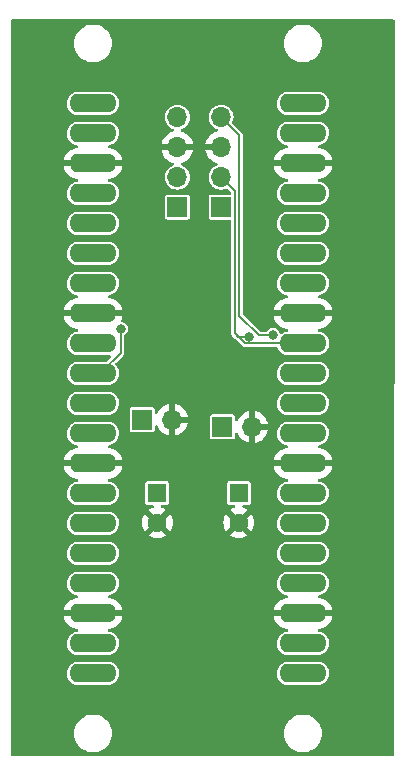
<source format=gbr>
%TF.GenerationSoftware,KiCad,Pcbnew,(6.0.2)*%
%TF.CreationDate,2023-01-30T04:02:28+03:00*%
%TF.ProjectId,Shield_Emergent,53686965-6c64-45f4-956d-657267656e74,rev?*%
%TF.SameCoordinates,Original*%
%TF.FileFunction,Copper,L1,Top*%
%TF.FilePolarity,Positive*%
%FSLAX46Y46*%
G04 Gerber Fmt 4.6, Leading zero omitted, Abs format (unit mm)*
G04 Created by KiCad (PCBNEW (6.0.2)) date 2023-01-30 04:02:28*
%MOMM*%
%LPD*%
G01*
G04 APERTURE LIST*
%TA.AperFunction,ComponentPad*%
%ADD10O,4.000000X1.600000*%
%TD*%
%TA.AperFunction,ComponentPad*%
%ADD11R,1.600000X1.600000*%
%TD*%
%TA.AperFunction,ComponentPad*%
%ADD12C,1.600000*%
%TD*%
%TA.AperFunction,ComponentPad*%
%ADD13R,1.700000X1.700000*%
%TD*%
%TA.AperFunction,ComponentPad*%
%ADD14O,1.700000X1.700000*%
%TD*%
%TA.AperFunction,ViaPad*%
%ADD15C,0.800000*%
%TD*%
%TA.AperFunction,Conductor*%
%ADD16C,0.200000*%
%TD*%
G04 APERTURE END LIST*
D10*
%TO.P,U1,1,GP0/TX*%
%TO.N,unconnected-(U1-Pad1)*%
X28760000Y-28620000D03*
%TO.P,U1,2,GP1/RX*%
%TO.N,unconnected-(U1-Pad2)*%
X28760000Y-31160000D03*
%TO.P,U1,3,GND*%
%TO.N,GND*%
X28760000Y-33700000D03*
%TO.P,U1,4,GP2*%
%TO.N,unconnected-(U1-Pad4)*%
X28760000Y-36240000D03*
%TO.P,U1,5,GP3*%
%TO.N,unconnected-(U1-Pad5)*%
X28760000Y-38780000D03*
%TO.P,U1,6,GP4/SDA*%
%TO.N,unconnected-(U1-Pad6)*%
X28760000Y-41320000D03*
%TO.P,U1,7,GP5/SCL*%
%TO.N,unconnected-(U1-Pad7)*%
X28760000Y-43860000D03*
%TO.P,U1,8,GND*%
%TO.N,GND*%
X28760000Y-46400000D03*
%TO.P,U1,9,GP6*%
%TO.N,EN2*%
X28760000Y-48940000D03*
%TO.P,U1,10,GP7*%
%TO.N,FLT2*%
X28760000Y-51480000D03*
%TO.P,U1,11,GP8*%
%TO.N,unconnected-(U1-Pad11)*%
X28760000Y-54020000D03*
%TO.P,U1,12,GP9*%
%TO.N,unconnected-(U1-Pad12)*%
X28760000Y-56560000D03*
%TO.P,U1,13,GND*%
%TO.N,GND*%
X28760000Y-59100000D03*
%TO.P,U1,14,GP10*%
%TO.N,unconnected-(U1-Pad14)*%
X28760000Y-61640000D03*
%TO.P,U1,15,GP11*%
%TO.N,unconnected-(U1-Pad15)*%
X28760000Y-64180000D03*
%TO.P,U1,16,GP12*%
%TO.N,unconnected-(U1-Pad16)*%
X28760000Y-66720000D03*
%TO.P,U1,17,GP13*%
%TO.N,unconnected-(U1-Pad17)*%
X28760000Y-69260000D03*
%TO.P,U1,18,GND*%
%TO.N,GND*%
X28760000Y-71800000D03*
%TO.P,U1,19,GP14*%
%TO.N,unconnected-(U1-Pad19)*%
X28760000Y-74340000D03*
%TO.P,U1,20,GP15*%
%TO.N,unconnected-(U1-Pad20)*%
X28760000Y-76880000D03*
%TO.P,U1,21,GP16/MISO*%
%TO.N,unconnected-(U1-Pad21)*%
X46540000Y-76880000D03*
%TO.P,U1,22,GP17/CS*%
%TO.N,unconnected-(U1-Pad22)*%
X46540000Y-74340000D03*
%TO.P,U1,23,GND*%
%TO.N,GND*%
X46540000Y-71800000D03*
%TO.P,U1,24,GP18/SCK*%
%TO.N,unconnected-(U1-Pad24)*%
X46540000Y-69260000D03*
%TO.P,U1,25,GP19/MOSI*%
%TO.N,unconnected-(U1-Pad25)*%
X46540000Y-66720000D03*
%TO.P,U1,26,GP20*%
%TO.N,unconnected-(U1-Pad26)*%
X46540000Y-64180000D03*
%TO.P,U1,27,GP21*%
%TO.N,unconnected-(U1-Pad27)*%
X46540000Y-61640000D03*
%TO.P,U1,28,GND*%
%TO.N,GND*%
X46540000Y-59100000D03*
%TO.P,U1,29,GP22*%
%TO.N,unconnected-(U1-Pad29)*%
X46540000Y-56560000D03*
%TO.P,U1,30,RUN*%
%TO.N,unconnected-(U1-Pad30)*%
X46540000Y-54020000D03*
%TO.P,U1,31,GP26/ADC0*%
%TO.N,FLT1*%
X46540000Y-51480000D03*
%TO.P,U1,32,GP27/ADC1*%
%TO.N,EN1*%
X46540000Y-48940000D03*
%TO.P,U1,33,AGND*%
%TO.N,GND*%
X46540000Y-46400000D03*
%TO.P,U1,34,GP28/ADC2*%
%TO.N,unconnected-(U1-Pad34)*%
X46540000Y-43860000D03*
%TO.P,U1,35,ADC_VREF*%
%TO.N,unconnected-(U1-Pad35)*%
X46540000Y-41320000D03*
%TO.P,U1,36,3V3_OUT*%
%TO.N,unconnected-(U1-Pad36)*%
X46540000Y-38780000D03*
%TO.P,U1,37,3V3_EN*%
%TO.N,unconnected-(U1-Pad37)*%
X46540000Y-36240000D03*
%TO.P,U1,38,GND*%
%TO.N,GND*%
X46540000Y-33700000D03*
%TO.P,U1,39,VSYS*%
%TO.N,VBUS*%
X46540000Y-31160000D03*
%TO.P,U1,40,VBUS*%
%TO.N,unconnected-(U1-Pad40)*%
X46540000Y-28620000D03*
%TD*%
D11*
%TO.P,C6,1*%
%TO.N,Net-(C5-Pad1)*%
X34200000Y-61617621D03*
D12*
%TO.P,C6,2*%
%TO.N,GND*%
X34200000Y-64117621D03*
%TD*%
D13*
%TO.P,J4,1,Pin_1*%
%TO.N,VBUS*%
X35900000Y-37400000D03*
D14*
%TO.P,J4,2,Pin_2*%
%TO.N,EN2*%
X35900000Y-34860000D03*
%TO.P,J4,3,Pin_3*%
%TO.N,GND*%
X35900000Y-32320000D03*
%TO.P,J4,4,Pin_4*%
%TO.N,FLT2*%
X35900000Y-29780000D03*
%TD*%
D13*
%TO.P,J2,1,Pin_1*%
%TO.N,VBUS*%
X39600000Y-37400000D03*
D14*
%TO.P,J2,2,Pin_2*%
%TO.N,EN1*%
X39600000Y-34860000D03*
%TO.P,J2,3,Pin_3*%
%TO.N,GND*%
X39600000Y-32320000D03*
%TO.P,J2,4,Pin_4*%
%TO.N,FLT1*%
X39600000Y-29780000D03*
%TD*%
D13*
%TO.P,J3,1,Pin_1*%
%TO.N,Net-(C5-Pad1)*%
X32925000Y-55387500D03*
D14*
%TO.P,J3,2,Pin_2*%
%TO.N,GND*%
X35465000Y-55387500D03*
%TD*%
D11*
%TO.P,C3,1*%
%TO.N,Net-(C2-Pad1)*%
X41100000Y-61617621D03*
D12*
%TO.P,C3,2*%
%TO.N,GND*%
X41100000Y-64117621D03*
%TD*%
D13*
%TO.P,J1,1,Pin_1*%
%TO.N,Net-(C2-Pad1)*%
X39700000Y-56000000D03*
D14*
%TO.P,J1,2,Pin_2*%
%TO.N,GND*%
X42240000Y-56000000D03*
%TD*%
D15*
%TO.N,GND*%
X34300000Y-40900000D03*
X40150000Y-81750000D03*
X37500000Y-49100000D03*
X43950000Y-57850000D03*
X51000000Y-35000000D03*
X51200000Y-75100000D03*
X23800000Y-54200000D03*
X35100000Y-25000000D03*
X32750000Y-24950000D03*
X33200000Y-68300000D03*
X35500000Y-45000000D03*
X23800000Y-61000000D03*
X42700000Y-59100000D03*
X42800000Y-43100000D03*
X43250000Y-62850000D03*
X37600000Y-55850000D03*
X32000000Y-62850000D03*
X51100000Y-70400000D03*
X33500000Y-75500000D03*
X24000000Y-68000000D03*
X42700000Y-45400000D03*
X33000000Y-29400000D03*
X37600000Y-54300000D03*
X35300000Y-81700000D03*
X43200000Y-47200000D03*
X39900000Y-25000000D03*
X32300000Y-34900000D03*
X37650000Y-75500000D03*
X37450000Y-60450000D03*
X37700000Y-72300000D03*
X42700000Y-40400000D03*
X24000000Y-42100000D03*
X43350000Y-54400000D03*
X51100000Y-64400000D03*
X37800000Y-62850000D03*
X24100000Y-75100000D03*
X37000000Y-58400000D03*
X50800000Y-49500000D03*
X51000000Y-30900000D03*
X37900000Y-51100000D03*
X24600000Y-32500000D03*
X41450000Y-75500000D03*
X37650000Y-79200000D03*
X50900000Y-44400000D03*
X23800000Y-48500000D03*
X35150000Y-57950000D03*
X51000000Y-39400000D03*
X35700000Y-47300000D03*
X41550000Y-58150000D03*
X51100000Y-58700000D03*
X41500000Y-68300000D03*
X23300000Y-37000000D03*
X42200000Y-24700000D03*
X37700000Y-66150000D03*
X50900000Y-53900000D03*
%TO.N,EN1*%
X41929894Y-48370106D03*
%TO.N,FLT1*%
X44000000Y-48240500D03*
%TO.N,FLT2*%
X31100000Y-47700000D03*
%TD*%
D16*
%TO.N,EN1*%
X41929894Y-48370106D02*
X41070106Y-48370106D01*
X41070106Y-48370106D02*
X40749511Y-48049511D01*
X39600000Y-34860000D02*
X40749511Y-36009511D01*
X41640000Y-48940000D02*
X46540000Y-48940000D01*
X40749511Y-36009511D02*
X40749511Y-48049511D01*
X40749511Y-48049511D02*
X41640000Y-48940000D01*
%TO.N,FLT1*%
X41149031Y-46600000D02*
X41149031Y-31329031D01*
X41149031Y-31329031D02*
X39600000Y-29780000D01*
X42789531Y-48240500D02*
X41149031Y-46600000D01*
X44000000Y-48240500D02*
X42789531Y-48240500D01*
%TO.N,FLT2*%
X31100000Y-47700000D02*
X31100000Y-49740000D01*
X31100000Y-49740000D02*
X29360000Y-51480000D01*
X29360000Y-51480000D02*
X28760000Y-51480000D01*
%TD*%
%TA.AperFunction,Conductor*%
%TO.N,GND*%
G36*
X54241919Y-21520002D02*
G01*
X54288412Y-21573658D01*
X54299798Y-21626201D01*
X54200545Y-83560307D01*
X54200202Y-83774202D01*
X54180091Y-83842291D01*
X54126361Y-83888697D01*
X54074202Y-83900000D01*
X21926000Y-83900000D01*
X21857879Y-83879998D01*
X21811386Y-83826342D01*
X21800000Y-83774000D01*
X21800000Y-81960000D01*
X27164551Y-81960000D01*
X27184317Y-82211148D01*
X27243127Y-82456111D01*
X27339534Y-82688859D01*
X27471164Y-82903659D01*
X27474376Y-82907419D01*
X27474379Y-82907424D01*
X27619256Y-83077052D01*
X27634776Y-83095224D01*
X27638538Y-83098437D01*
X27822576Y-83255621D01*
X27822581Y-83255624D01*
X27826341Y-83258836D01*
X28041141Y-83390466D01*
X28045711Y-83392359D01*
X28045715Y-83392361D01*
X28269316Y-83484979D01*
X28273889Y-83486873D01*
X28358289Y-83507135D01*
X28514039Y-83544528D01*
X28514045Y-83544529D01*
X28518852Y-83545683D01*
X28607149Y-83552632D01*
X28704661Y-83560307D01*
X28704670Y-83560307D01*
X28707118Y-83560500D01*
X28832882Y-83560500D01*
X28835330Y-83560307D01*
X28835339Y-83560307D01*
X28932851Y-83552632D01*
X29021148Y-83545683D01*
X29025955Y-83544529D01*
X29025961Y-83544528D01*
X29181711Y-83507135D01*
X29266111Y-83486873D01*
X29270684Y-83484979D01*
X29494285Y-83392361D01*
X29494289Y-83392359D01*
X29498859Y-83390466D01*
X29713659Y-83258836D01*
X29717419Y-83255624D01*
X29717424Y-83255621D01*
X29901462Y-83098437D01*
X29905224Y-83095224D01*
X29920744Y-83077052D01*
X30065621Y-82907424D01*
X30065624Y-82907419D01*
X30068836Y-82903659D01*
X30200466Y-82688859D01*
X30296873Y-82456111D01*
X30355683Y-82211148D01*
X30375449Y-81960000D01*
X44924551Y-81960000D01*
X44944317Y-82211148D01*
X45003127Y-82456111D01*
X45099534Y-82688859D01*
X45231164Y-82903659D01*
X45234376Y-82907419D01*
X45234379Y-82907424D01*
X45379256Y-83077052D01*
X45394776Y-83095224D01*
X45398538Y-83098437D01*
X45582576Y-83255621D01*
X45582581Y-83255624D01*
X45586341Y-83258836D01*
X45801141Y-83390466D01*
X45805711Y-83392359D01*
X45805715Y-83392361D01*
X46029316Y-83484979D01*
X46033889Y-83486873D01*
X46118289Y-83507135D01*
X46274039Y-83544528D01*
X46274045Y-83544529D01*
X46278852Y-83545683D01*
X46367149Y-83552632D01*
X46464661Y-83560307D01*
X46464670Y-83560307D01*
X46467118Y-83560500D01*
X46592882Y-83560500D01*
X46595330Y-83560307D01*
X46595339Y-83560307D01*
X46692851Y-83552632D01*
X46781148Y-83545683D01*
X46785955Y-83544529D01*
X46785961Y-83544528D01*
X46941711Y-83507135D01*
X47026111Y-83486873D01*
X47030684Y-83484979D01*
X47254285Y-83392361D01*
X47254289Y-83392359D01*
X47258859Y-83390466D01*
X47473659Y-83258836D01*
X47477419Y-83255624D01*
X47477424Y-83255621D01*
X47661462Y-83098437D01*
X47665224Y-83095224D01*
X47680744Y-83077052D01*
X47825621Y-82907424D01*
X47825624Y-82907419D01*
X47828836Y-82903659D01*
X47960466Y-82688859D01*
X48056873Y-82456111D01*
X48115683Y-82211148D01*
X48135449Y-81960000D01*
X48115683Y-81708852D01*
X48056873Y-81463889D01*
X47960466Y-81231141D01*
X47828836Y-81016341D01*
X47825624Y-81012581D01*
X47825621Y-81012576D01*
X47668437Y-80828538D01*
X47665224Y-80824776D01*
X47647052Y-80809256D01*
X47477424Y-80664379D01*
X47477419Y-80664376D01*
X47473659Y-80661164D01*
X47258859Y-80529534D01*
X47254289Y-80527641D01*
X47254285Y-80527639D01*
X47030684Y-80435021D01*
X47030682Y-80435020D01*
X47026111Y-80433127D01*
X46941711Y-80412865D01*
X46785961Y-80375472D01*
X46785955Y-80375471D01*
X46781148Y-80374317D01*
X46692851Y-80367368D01*
X46595339Y-80359693D01*
X46595330Y-80359693D01*
X46592882Y-80359500D01*
X46467118Y-80359500D01*
X46464670Y-80359693D01*
X46464661Y-80359693D01*
X46367149Y-80367368D01*
X46278852Y-80374317D01*
X46274045Y-80375471D01*
X46274039Y-80375472D01*
X46118289Y-80412865D01*
X46033889Y-80433127D01*
X46029318Y-80435020D01*
X46029316Y-80435021D01*
X45805715Y-80527639D01*
X45805711Y-80527641D01*
X45801141Y-80529534D01*
X45586341Y-80661164D01*
X45582581Y-80664376D01*
X45582576Y-80664379D01*
X45412948Y-80809256D01*
X45394776Y-80824776D01*
X45391563Y-80828538D01*
X45234379Y-81012576D01*
X45234376Y-81012581D01*
X45231164Y-81016341D01*
X45099534Y-81231141D01*
X45003127Y-81463889D01*
X44944317Y-81708852D01*
X44924551Y-81960000D01*
X30375449Y-81960000D01*
X30355683Y-81708852D01*
X30296873Y-81463889D01*
X30200466Y-81231141D01*
X30068836Y-81016341D01*
X30065624Y-81012581D01*
X30065621Y-81012576D01*
X29908437Y-80828538D01*
X29905224Y-80824776D01*
X29887052Y-80809256D01*
X29717424Y-80664379D01*
X29717419Y-80664376D01*
X29713659Y-80661164D01*
X29498859Y-80529534D01*
X29494289Y-80527641D01*
X29494285Y-80527639D01*
X29270684Y-80435021D01*
X29270682Y-80435020D01*
X29266111Y-80433127D01*
X29181711Y-80412865D01*
X29025961Y-80375472D01*
X29025955Y-80375471D01*
X29021148Y-80374317D01*
X28932851Y-80367368D01*
X28835339Y-80359693D01*
X28835330Y-80359693D01*
X28832882Y-80359500D01*
X28707118Y-80359500D01*
X28704670Y-80359693D01*
X28704661Y-80359693D01*
X28607149Y-80367368D01*
X28518852Y-80374317D01*
X28514045Y-80375471D01*
X28514039Y-80375472D01*
X28358289Y-80412865D01*
X28273889Y-80433127D01*
X28269318Y-80435020D01*
X28269316Y-80435021D01*
X28045715Y-80527639D01*
X28045711Y-80527641D01*
X28041141Y-80529534D01*
X27826341Y-80661164D01*
X27822581Y-80664376D01*
X27822576Y-80664379D01*
X27652948Y-80809256D01*
X27634776Y-80824776D01*
X27631563Y-80828538D01*
X27474379Y-81012576D01*
X27474376Y-81012581D01*
X27471164Y-81016341D01*
X27339534Y-81231141D01*
X27243127Y-81463889D01*
X27184317Y-81708852D01*
X27164551Y-81960000D01*
X21800000Y-81960000D01*
X21800000Y-76929126D01*
X26555541Y-76929126D01*
X26585935Y-77130097D01*
X26656119Y-77320852D01*
X26659479Y-77326272D01*
X26659480Y-77326273D01*
X26759863Y-77488176D01*
X26759866Y-77488180D01*
X26763226Y-77493599D01*
X26902881Y-77641280D01*
X27069379Y-77757863D01*
X27255919Y-77838586D01*
X27301947Y-77848202D01*
X27450144Y-77879162D01*
X27450149Y-77879163D01*
X27454880Y-77880151D01*
X27459762Y-77880407D01*
X27459871Y-77880413D01*
X27459887Y-77880413D01*
X27461539Y-77880500D01*
X30010800Y-77880500D01*
X30058793Y-77875625D01*
X30155868Y-77865765D01*
X30155870Y-77865765D01*
X30162216Y-77865120D01*
X30356172Y-77804338D01*
X30533944Y-77705797D01*
X30688271Y-77573523D01*
X30812848Y-77412919D01*
X30902587Y-77230545D01*
X30928752Y-77130097D01*
X30952212Y-77040034D01*
X30952212Y-77040031D01*
X30953822Y-77033852D01*
X30959310Y-76929126D01*
X44335541Y-76929126D01*
X44365935Y-77130097D01*
X44436119Y-77320852D01*
X44439479Y-77326272D01*
X44439480Y-77326273D01*
X44539863Y-77488176D01*
X44539866Y-77488180D01*
X44543226Y-77493599D01*
X44682881Y-77641280D01*
X44849379Y-77757863D01*
X45035919Y-77838586D01*
X45081947Y-77848202D01*
X45230144Y-77879162D01*
X45230149Y-77879163D01*
X45234880Y-77880151D01*
X45239762Y-77880407D01*
X45239871Y-77880413D01*
X45239887Y-77880413D01*
X45241539Y-77880500D01*
X47790800Y-77880500D01*
X47838793Y-77875625D01*
X47935868Y-77865765D01*
X47935870Y-77865765D01*
X47942216Y-77865120D01*
X48136172Y-77804338D01*
X48313944Y-77705797D01*
X48468271Y-77573523D01*
X48592848Y-77412919D01*
X48682587Y-77230545D01*
X48708752Y-77130097D01*
X48732212Y-77040034D01*
X48732212Y-77040031D01*
X48733822Y-77033852D01*
X48744459Y-76830874D01*
X48714065Y-76629903D01*
X48643881Y-76439148D01*
X48590345Y-76352802D01*
X48540137Y-76271824D01*
X48540134Y-76271820D01*
X48536774Y-76266401D01*
X48397119Y-76118720D01*
X48230621Y-76002137D01*
X48044081Y-75921414D01*
X47998053Y-75911798D01*
X47849856Y-75880838D01*
X47849851Y-75880837D01*
X47845120Y-75879849D01*
X47840238Y-75879593D01*
X47840129Y-75879587D01*
X47840113Y-75879587D01*
X47838461Y-75879500D01*
X45289200Y-75879500D01*
X45241207Y-75884375D01*
X45144132Y-75894235D01*
X45144130Y-75894235D01*
X45137784Y-75894880D01*
X44943828Y-75955662D01*
X44766056Y-76054203D01*
X44611729Y-76186477D01*
X44487152Y-76347081D01*
X44397413Y-76529455D01*
X44395804Y-76535633D01*
X44395803Y-76535635D01*
X44369603Y-76636220D01*
X44346178Y-76726148D01*
X44335541Y-76929126D01*
X30959310Y-76929126D01*
X30964459Y-76830874D01*
X30934065Y-76629903D01*
X30863881Y-76439148D01*
X30810345Y-76352802D01*
X30760137Y-76271824D01*
X30760134Y-76271820D01*
X30756774Y-76266401D01*
X30617119Y-76118720D01*
X30450621Y-76002137D01*
X30264081Y-75921414D01*
X30218053Y-75911798D01*
X30069856Y-75880838D01*
X30069851Y-75880837D01*
X30065120Y-75879849D01*
X30060238Y-75879593D01*
X30060129Y-75879587D01*
X30060113Y-75879587D01*
X30058461Y-75879500D01*
X27509200Y-75879500D01*
X27461207Y-75884375D01*
X27364132Y-75894235D01*
X27364130Y-75894235D01*
X27357784Y-75894880D01*
X27163828Y-75955662D01*
X26986056Y-76054203D01*
X26831729Y-76186477D01*
X26707152Y-76347081D01*
X26617413Y-76529455D01*
X26615804Y-76535633D01*
X26615803Y-76535635D01*
X26589603Y-76636220D01*
X26566178Y-76726148D01*
X26555541Y-76929126D01*
X21800000Y-76929126D01*
X21800000Y-72066522D01*
X26277273Y-72066522D01*
X26324764Y-72243761D01*
X26328510Y-72254053D01*
X26420586Y-72451511D01*
X26426069Y-72461007D01*
X26551028Y-72639467D01*
X26558084Y-72647875D01*
X26712125Y-72801916D01*
X26720533Y-72808972D01*
X26898993Y-72933931D01*
X26908489Y-72939414D01*
X27105947Y-73031490D01*
X27116239Y-73035236D01*
X27326688Y-73091625D01*
X27337480Y-73093528D01*
X27402857Y-73099248D01*
X27468975Y-73125112D01*
X27510614Y-73182615D01*
X27514555Y-73253502D01*
X27479546Y-73315267D01*
X27416701Y-73348299D01*
X27404610Y-73350124D01*
X27389442Y-73351664D01*
X27364132Y-73354235D01*
X27364130Y-73354235D01*
X27357784Y-73354880D01*
X27163828Y-73415662D01*
X26986056Y-73514203D01*
X26831729Y-73646477D01*
X26707152Y-73807081D01*
X26617413Y-73989455D01*
X26615804Y-73995633D01*
X26615803Y-73995635D01*
X26589603Y-74096220D01*
X26566178Y-74186148D01*
X26555541Y-74389126D01*
X26585935Y-74590097D01*
X26656119Y-74780852D01*
X26659479Y-74786272D01*
X26659480Y-74786273D01*
X26759863Y-74948176D01*
X26759866Y-74948180D01*
X26763226Y-74953599D01*
X26902881Y-75101280D01*
X27069379Y-75217863D01*
X27255919Y-75298586D01*
X27301947Y-75308202D01*
X27450144Y-75339162D01*
X27450149Y-75339163D01*
X27454880Y-75340151D01*
X27459762Y-75340407D01*
X27459871Y-75340413D01*
X27459887Y-75340413D01*
X27461539Y-75340500D01*
X30010800Y-75340500D01*
X30058793Y-75335625D01*
X30155868Y-75325765D01*
X30155870Y-75325765D01*
X30162216Y-75325120D01*
X30356172Y-75264338D01*
X30533944Y-75165797D01*
X30688271Y-75033523D01*
X30812848Y-74872919D01*
X30902587Y-74690545D01*
X30928752Y-74590097D01*
X30952212Y-74500034D01*
X30952212Y-74500031D01*
X30953822Y-74493852D01*
X30964459Y-74290874D01*
X30934065Y-74089903D01*
X30863881Y-73899148D01*
X30810345Y-73812802D01*
X30760137Y-73731824D01*
X30760134Y-73731820D01*
X30756774Y-73726401D01*
X30617119Y-73578720D01*
X30450621Y-73462137D01*
X30264081Y-73381414D01*
X30103969Y-73347965D01*
X30041378Y-73314456D01*
X30006840Y-73252426D01*
X30011320Y-73181571D01*
X30053396Y-73124386D01*
X30118754Y-73099107D01*
X30182520Y-73093528D01*
X30193312Y-73091625D01*
X30403761Y-73035236D01*
X30414053Y-73031490D01*
X30611511Y-72939414D01*
X30621007Y-72933931D01*
X30799467Y-72808972D01*
X30807875Y-72801916D01*
X30961916Y-72647875D01*
X30968972Y-72639467D01*
X31093931Y-72461007D01*
X31099414Y-72451511D01*
X31191490Y-72254053D01*
X31195236Y-72243761D01*
X31241394Y-72071497D01*
X31241275Y-72066522D01*
X44057273Y-72066522D01*
X44104764Y-72243761D01*
X44108510Y-72254053D01*
X44200586Y-72451511D01*
X44206069Y-72461007D01*
X44331028Y-72639467D01*
X44338084Y-72647875D01*
X44492125Y-72801916D01*
X44500533Y-72808972D01*
X44678993Y-72933931D01*
X44688489Y-72939414D01*
X44885947Y-73031490D01*
X44896239Y-73035236D01*
X45106688Y-73091625D01*
X45117480Y-73093528D01*
X45182857Y-73099248D01*
X45248975Y-73125112D01*
X45290614Y-73182615D01*
X45294555Y-73253502D01*
X45259546Y-73315267D01*
X45196701Y-73348299D01*
X45184610Y-73350124D01*
X45169442Y-73351664D01*
X45144132Y-73354235D01*
X45144130Y-73354235D01*
X45137784Y-73354880D01*
X44943828Y-73415662D01*
X44766056Y-73514203D01*
X44611729Y-73646477D01*
X44487152Y-73807081D01*
X44397413Y-73989455D01*
X44395804Y-73995633D01*
X44395803Y-73995635D01*
X44369603Y-74096220D01*
X44346178Y-74186148D01*
X44335541Y-74389126D01*
X44365935Y-74590097D01*
X44436119Y-74780852D01*
X44439479Y-74786272D01*
X44439480Y-74786273D01*
X44539863Y-74948176D01*
X44539866Y-74948180D01*
X44543226Y-74953599D01*
X44682881Y-75101280D01*
X44849379Y-75217863D01*
X45035919Y-75298586D01*
X45081947Y-75308202D01*
X45230144Y-75339162D01*
X45230149Y-75339163D01*
X45234880Y-75340151D01*
X45239762Y-75340407D01*
X45239871Y-75340413D01*
X45239887Y-75340413D01*
X45241539Y-75340500D01*
X47790800Y-75340500D01*
X47838793Y-75335625D01*
X47935868Y-75325765D01*
X47935870Y-75325765D01*
X47942216Y-75325120D01*
X48136172Y-75264338D01*
X48313944Y-75165797D01*
X48468271Y-75033523D01*
X48592848Y-74872919D01*
X48682587Y-74690545D01*
X48708752Y-74590097D01*
X48732212Y-74500034D01*
X48732212Y-74500031D01*
X48733822Y-74493852D01*
X48744459Y-74290874D01*
X48714065Y-74089903D01*
X48643881Y-73899148D01*
X48590345Y-73812802D01*
X48540137Y-73731824D01*
X48540134Y-73731820D01*
X48536774Y-73726401D01*
X48397119Y-73578720D01*
X48230621Y-73462137D01*
X48044081Y-73381414D01*
X47883969Y-73347965D01*
X47821378Y-73314456D01*
X47786840Y-73252426D01*
X47791320Y-73181571D01*
X47833396Y-73124386D01*
X47898754Y-73099107D01*
X47962520Y-73093528D01*
X47973312Y-73091625D01*
X48183761Y-73035236D01*
X48194053Y-73031490D01*
X48391511Y-72939414D01*
X48401007Y-72933931D01*
X48579467Y-72808972D01*
X48587875Y-72801916D01*
X48741916Y-72647875D01*
X48748972Y-72639467D01*
X48873931Y-72461007D01*
X48879414Y-72451511D01*
X48971490Y-72254053D01*
X48975236Y-72243761D01*
X49021394Y-72071497D01*
X49021058Y-72057401D01*
X49013116Y-72054000D01*
X44072033Y-72054000D01*
X44058502Y-72057973D01*
X44057273Y-72066522D01*
X31241275Y-72066522D01*
X31241058Y-72057401D01*
X31233116Y-72054000D01*
X26292033Y-72054000D01*
X26278502Y-72057973D01*
X26277273Y-72066522D01*
X21800000Y-72066522D01*
X21800000Y-71528503D01*
X26278606Y-71528503D01*
X26278942Y-71542599D01*
X26286884Y-71546000D01*
X31227967Y-71546000D01*
X31241498Y-71542027D01*
X31242727Y-71533478D01*
X31241394Y-71528503D01*
X44058606Y-71528503D01*
X44058942Y-71542599D01*
X44066884Y-71546000D01*
X49007967Y-71546000D01*
X49021498Y-71542027D01*
X49022727Y-71533478D01*
X48975236Y-71356239D01*
X48971490Y-71345947D01*
X48879414Y-71148489D01*
X48873931Y-71138993D01*
X48748972Y-70960533D01*
X48741916Y-70952125D01*
X48587875Y-70798084D01*
X48579467Y-70791028D01*
X48401007Y-70666069D01*
X48391511Y-70660586D01*
X48194053Y-70568510D01*
X48183761Y-70564764D01*
X47973312Y-70508375D01*
X47962520Y-70506472D01*
X47897143Y-70500752D01*
X47831025Y-70474888D01*
X47789386Y-70417385D01*
X47785445Y-70346498D01*
X47820454Y-70284733D01*
X47883299Y-70251701D01*
X47895390Y-70249876D01*
X47910558Y-70248336D01*
X47935868Y-70245765D01*
X47935870Y-70245765D01*
X47942216Y-70245120D01*
X48136172Y-70184338D01*
X48313944Y-70085797D01*
X48468271Y-69953523D01*
X48592848Y-69792919D01*
X48682587Y-69610545D01*
X48708752Y-69510097D01*
X48732212Y-69420034D01*
X48732212Y-69420031D01*
X48733822Y-69413852D01*
X48744459Y-69210874D01*
X48714065Y-69009903D01*
X48643881Y-68819148D01*
X48590345Y-68732802D01*
X48540137Y-68651824D01*
X48540134Y-68651820D01*
X48536774Y-68646401D01*
X48397119Y-68498720D01*
X48230621Y-68382137D01*
X48044081Y-68301414D01*
X47998053Y-68291798D01*
X47849856Y-68260838D01*
X47849851Y-68260837D01*
X47845120Y-68259849D01*
X47840238Y-68259593D01*
X47840129Y-68259587D01*
X47840113Y-68259587D01*
X47838461Y-68259500D01*
X45289200Y-68259500D01*
X45241207Y-68264375D01*
X45144132Y-68274235D01*
X45144130Y-68274235D01*
X45137784Y-68274880D01*
X44943828Y-68335662D01*
X44766056Y-68434203D01*
X44611729Y-68566477D01*
X44487152Y-68727081D01*
X44397413Y-68909455D01*
X44395804Y-68915633D01*
X44395803Y-68915635D01*
X44369603Y-69016220D01*
X44346178Y-69106148D01*
X44335541Y-69309126D01*
X44365935Y-69510097D01*
X44436119Y-69700852D01*
X44439479Y-69706272D01*
X44439480Y-69706273D01*
X44539863Y-69868176D01*
X44539866Y-69868180D01*
X44543226Y-69873599D01*
X44682881Y-70021280D01*
X44849379Y-70137863D01*
X45035919Y-70218586D01*
X45166018Y-70245765D01*
X45196031Y-70252035D01*
X45258622Y-70285544D01*
X45293160Y-70347574D01*
X45288680Y-70418429D01*
X45246604Y-70475614D01*
X45181246Y-70500893D01*
X45117480Y-70506472D01*
X45106688Y-70508375D01*
X44896239Y-70564764D01*
X44885947Y-70568510D01*
X44688489Y-70660586D01*
X44678993Y-70666069D01*
X44500533Y-70791028D01*
X44492125Y-70798084D01*
X44338084Y-70952125D01*
X44331028Y-70960533D01*
X44206069Y-71138993D01*
X44200586Y-71148489D01*
X44108510Y-71345947D01*
X44104764Y-71356239D01*
X44058606Y-71528503D01*
X31241394Y-71528503D01*
X31195236Y-71356239D01*
X31191490Y-71345947D01*
X31099414Y-71148489D01*
X31093931Y-71138993D01*
X30968972Y-70960533D01*
X30961916Y-70952125D01*
X30807875Y-70798084D01*
X30799467Y-70791028D01*
X30621007Y-70666069D01*
X30611511Y-70660586D01*
X30414053Y-70568510D01*
X30403761Y-70564764D01*
X30193312Y-70508375D01*
X30182520Y-70506472D01*
X30117143Y-70500752D01*
X30051025Y-70474888D01*
X30009386Y-70417385D01*
X30005445Y-70346498D01*
X30040454Y-70284733D01*
X30103299Y-70251701D01*
X30115390Y-70249876D01*
X30130558Y-70248336D01*
X30155868Y-70245765D01*
X30155870Y-70245765D01*
X30162216Y-70245120D01*
X30356172Y-70184338D01*
X30533944Y-70085797D01*
X30688271Y-69953523D01*
X30812848Y-69792919D01*
X30902587Y-69610545D01*
X30928752Y-69510097D01*
X30952212Y-69420034D01*
X30952212Y-69420031D01*
X30953822Y-69413852D01*
X30964459Y-69210874D01*
X30934065Y-69009903D01*
X30863881Y-68819148D01*
X30810345Y-68732802D01*
X30760137Y-68651824D01*
X30760134Y-68651820D01*
X30756774Y-68646401D01*
X30617119Y-68498720D01*
X30450621Y-68382137D01*
X30264081Y-68301414D01*
X30218053Y-68291798D01*
X30069856Y-68260838D01*
X30069851Y-68260837D01*
X30065120Y-68259849D01*
X30060238Y-68259593D01*
X30060129Y-68259587D01*
X30060113Y-68259587D01*
X30058461Y-68259500D01*
X27509200Y-68259500D01*
X27461207Y-68264375D01*
X27364132Y-68274235D01*
X27364130Y-68274235D01*
X27357784Y-68274880D01*
X27163828Y-68335662D01*
X26986056Y-68434203D01*
X26831729Y-68566477D01*
X26707152Y-68727081D01*
X26617413Y-68909455D01*
X26615804Y-68915633D01*
X26615803Y-68915635D01*
X26589603Y-69016220D01*
X26566178Y-69106148D01*
X26555541Y-69309126D01*
X26585935Y-69510097D01*
X26656119Y-69700852D01*
X26659479Y-69706272D01*
X26659480Y-69706273D01*
X26759863Y-69868176D01*
X26759866Y-69868180D01*
X26763226Y-69873599D01*
X26902881Y-70021280D01*
X27069379Y-70137863D01*
X27255919Y-70218586D01*
X27386018Y-70245765D01*
X27416031Y-70252035D01*
X27478622Y-70285544D01*
X27513160Y-70347574D01*
X27508680Y-70418429D01*
X27466604Y-70475614D01*
X27401246Y-70500893D01*
X27337480Y-70506472D01*
X27326688Y-70508375D01*
X27116239Y-70564764D01*
X27105947Y-70568510D01*
X26908489Y-70660586D01*
X26898993Y-70666069D01*
X26720533Y-70791028D01*
X26712125Y-70798084D01*
X26558084Y-70952125D01*
X26551028Y-70960533D01*
X26426069Y-71138993D01*
X26420586Y-71148489D01*
X26328510Y-71345947D01*
X26324764Y-71356239D01*
X26278606Y-71528503D01*
X21800000Y-71528503D01*
X21800000Y-66769126D01*
X26555541Y-66769126D01*
X26585935Y-66970097D01*
X26656119Y-67160852D01*
X26659479Y-67166272D01*
X26659480Y-67166273D01*
X26759863Y-67328176D01*
X26759866Y-67328180D01*
X26763226Y-67333599D01*
X26902881Y-67481280D01*
X27069379Y-67597863D01*
X27255919Y-67678586D01*
X27301947Y-67688202D01*
X27450144Y-67719162D01*
X27450149Y-67719163D01*
X27454880Y-67720151D01*
X27459762Y-67720407D01*
X27459871Y-67720413D01*
X27459887Y-67720413D01*
X27461539Y-67720500D01*
X30010800Y-67720500D01*
X30058793Y-67715625D01*
X30155868Y-67705765D01*
X30155870Y-67705765D01*
X30162216Y-67705120D01*
X30356172Y-67644338D01*
X30533944Y-67545797D01*
X30688271Y-67413523D01*
X30812848Y-67252919D01*
X30902587Y-67070545D01*
X30928752Y-66970097D01*
X30952212Y-66880034D01*
X30952212Y-66880031D01*
X30953822Y-66873852D01*
X30959310Y-66769126D01*
X44335541Y-66769126D01*
X44365935Y-66970097D01*
X44436119Y-67160852D01*
X44439479Y-67166272D01*
X44439480Y-67166273D01*
X44539863Y-67328176D01*
X44539866Y-67328180D01*
X44543226Y-67333599D01*
X44682881Y-67481280D01*
X44849379Y-67597863D01*
X45035919Y-67678586D01*
X45081947Y-67688202D01*
X45230144Y-67719162D01*
X45230149Y-67719163D01*
X45234880Y-67720151D01*
X45239762Y-67720407D01*
X45239871Y-67720413D01*
X45239887Y-67720413D01*
X45241539Y-67720500D01*
X47790800Y-67720500D01*
X47838793Y-67715625D01*
X47935868Y-67705765D01*
X47935870Y-67705765D01*
X47942216Y-67705120D01*
X48136172Y-67644338D01*
X48313944Y-67545797D01*
X48468271Y-67413523D01*
X48592848Y-67252919D01*
X48682587Y-67070545D01*
X48708752Y-66970097D01*
X48732212Y-66880034D01*
X48732212Y-66880031D01*
X48733822Y-66873852D01*
X48744459Y-66670874D01*
X48714065Y-66469903D01*
X48643881Y-66279148D01*
X48590345Y-66192802D01*
X48540137Y-66111824D01*
X48540134Y-66111820D01*
X48536774Y-66106401D01*
X48397119Y-65958720D01*
X48230621Y-65842137D01*
X48044081Y-65761414D01*
X47998053Y-65751798D01*
X47849856Y-65720838D01*
X47849851Y-65720837D01*
X47845120Y-65719849D01*
X47840238Y-65719593D01*
X47840129Y-65719587D01*
X47840113Y-65719587D01*
X47838461Y-65719500D01*
X45289200Y-65719500D01*
X45241207Y-65724375D01*
X45144132Y-65734235D01*
X45144130Y-65734235D01*
X45137784Y-65734880D01*
X44943828Y-65795662D01*
X44766056Y-65894203D01*
X44611729Y-66026477D01*
X44487152Y-66187081D01*
X44397413Y-66369455D01*
X44395804Y-66375633D01*
X44395803Y-66375635D01*
X44369603Y-66476220D01*
X44346178Y-66566148D01*
X44335541Y-66769126D01*
X30959310Y-66769126D01*
X30964459Y-66670874D01*
X30934065Y-66469903D01*
X30863881Y-66279148D01*
X30810345Y-66192802D01*
X30760137Y-66111824D01*
X30760134Y-66111820D01*
X30756774Y-66106401D01*
X30617119Y-65958720D01*
X30450621Y-65842137D01*
X30264081Y-65761414D01*
X30218053Y-65751798D01*
X30069856Y-65720838D01*
X30069851Y-65720837D01*
X30065120Y-65719849D01*
X30060238Y-65719593D01*
X30060129Y-65719587D01*
X30060113Y-65719587D01*
X30058461Y-65719500D01*
X27509200Y-65719500D01*
X27461207Y-65724375D01*
X27364132Y-65734235D01*
X27364130Y-65734235D01*
X27357784Y-65734880D01*
X27163828Y-65795662D01*
X26986056Y-65894203D01*
X26831729Y-66026477D01*
X26707152Y-66187081D01*
X26617413Y-66369455D01*
X26615804Y-66375633D01*
X26615803Y-66375635D01*
X26589603Y-66476220D01*
X26566178Y-66566148D01*
X26555541Y-66769126D01*
X21800000Y-66769126D01*
X21800000Y-65203683D01*
X33478493Y-65203683D01*
X33487789Y-65215698D01*
X33538994Y-65251552D01*
X33548489Y-65257035D01*
X33745947Y-65349111D01*
X33756239Y-65352857D01*
X33966688Y-65409246D01*
X33977481Y-65411149D01*
X34194525Y-65430138D01*
X34205475Y-65430138D01*
X34422519Y-65411149D01*
X34433312Y-65409246D01*
X34643761Y-65352857D01*
X34654053Y-65349111D01*
X34851511Y-65257035D01*
X34861006Y-65251552D01*
X34913048Y-65215112D01*
X34921424Y-65204633D01*
X34920925Y-65203683D01*
X40378493Y-65203683D01*
X40387789Y-65215698D01*
X40438994Y-65251552D01*
X40448489Y-65257035D01*
X40645947Y-65349111D01*
X40656239Y-65352857D01*
X40866688Y-65409246D01*
X40877481Y-65411149D01*
X41094525Y-65430138D01*
X41105475Y-65430138D01*
X41322519Y-65411149D01*
X41333312Y-65409246D01*
X41543761Y-65352857D01*
X41554053Y-65349111D01*
X41751511Y-65257035D01*
X41761006Y-65251552D01*
X41813048Y-65215112D01*
X41821424Y-65204633D01*
X41814356Y-65191187D01*
X41112812Y-64489643D01*
X41098868Y-64482029D01*
X41097035Y-64482160D01*
X41090420Y-64486411D01*
X40384923Y-65191908D01*
X40378493Y-65203683D01*
X34920925Y-65203683D01*
X34914356Y-65191187D01*
X34212812Y-64489643D01*
X34198868Y-64482029D01*
X34197035Y-64482160D01*
X34190420Y-64486411D01*
X33484923Y-65191908D01*
X33478493Y-65203683D01*
X21800000Y-65203683D01*
X21800000Y-64229126D01*
X26555541Y-64229126D01*
X26585935Y-64430097D01*
X26656119Y-64620852D01*
X26659479Y-64626272D01*
X26659480Y-64626273D01*
X26759863Y-64788176D01*
X26759866Y-64788180D01*
X26763226Y-64793599D01*
X26902881Y-64941280D01*
X27069379Y-65057863D01*
X27255919Y-65138586D01*
X27301947Y-65148202D01*
X27450144Y-65179162D01*
X27450149Y-65179163D01*
X27454880Y-65180151D01*
X27459762Y-65180407D01*
X27459871Y-65180413D01*
X27459887Y-65180413D01*
X27461539Y-65180500D01*
X30010800Y-65180500D01*
X30058793Y-65175625D01*
X30155868Y-65165765D01*
X30155870Y-65165765D01*
X30162216Y-65165120D01*
X30356172Y-65104338D01*
X30533944Y-65005797D01*
X30688271Y-64873523D01*
X30714951Y-64839128D01*
X30808939Y-64717958D01*
X30812848Y-64712919D01*
X30902587Y-64530545D01*
X30914083Y-64486411D01*
X30952212Y-64340034D01*
X30952212Y-64340031D01*
X30953822Y-64333852D01*
X30964459Y-64130874D01*
X30963283Y-64123096D01*
X32887483Y-64123096D01*
X32906472Y-64340140D01*
X32908375Y-64350933D01*
X32964764Y-64561382D01*
X32968510Y-64571674D01*
X33060586Y-64769132D01*
X33066069Y-64778627D01*
X33102509Y-64830669D01*
X33112988Y-64839045D01*
X33126434Y-64831977D01*
X33827978Y-64130433D01*
X33834356Y-64118753D01*
X34564408Y-64118753D01*
X34564539Y-64120586D01*
X34568790Y-64127201D01*
X35274287Y-64832698D01*
X35286062Y-64839128D01*
X35298077Y-64829832D01*
X35333931Y-64778627D01*
X35339414Y-64769132D01*
X35431490Y-64571674D01*
X35435236Y-64561382D01*
X35491625Y-64350933D01*
X35493528Y-64340140D01*
X35512517Y-64123096D01*
X39787483Y-64123096D01*
X39806472Y-64340140D01*
X39808375Y-64350933D01*
X39864764Y-64561382D01*
X39868510Y-64571674D01*
X39960586Y-64769132D01*
X39966069Y-64778627D01*
X40002509Y-64830669D01*
X40012988Y-64839045D01*
X40026434Y-64831977D01*
X40727978Y-64130433D01*
X40734356Y-64118753D01*
X41464408Y-64118753D01*
X41464539Y-64120586D01*
X41468790Y-64127201D01*
X42174287Y-64832698D01*
X42186062Y-64839128D01*
X42198077Y-64829832D01*
X42233931Y-64778627D01*
X42239414Y-64769132D01*
X42331490Y-64571674D01*
X42335236Y-64561382D01*
X42391625Y-64350933D01*
X42393528Y-64340140D01*
X42403241Y-64229126D01*
X44335541Y-64229126D01*
X44365935Y-64430097D01*
X44436119Y-64620852D01*
X44439479Y-64626272D01*
X44439480Y-64626273D01*
X44539863Y-64788176D01*
X44539866Y-64788180D01*
X44543226Y-64793599D01*
X44682881Y-64941280D01*
X44849379Y-65057863D01*
X45035919Y-65138586D01*
X45081947Y-65148202D01*
X45230144Y-65179162D01*
X45230149Y-65179163D01*
X45234880Y-65180151D01*
X45239762Y-65180407D01*
X45239871Y-65180413D01*
X45239887Y-65180413D01*
X45241539Y-65180500D01*
X47790800Y-65180500D01*
X47838793Y-65175625D01*
X47935868Y-65165765D01*
X47935870Y-65165765D01*
X47942216Y-65165120D01*
X48136172Y-65104338D01*
X48313944Y-65005797D01*
X48468271Y-64873523D01*
X48494951Y-64839128D01*
X48588939Y-64717958D01*
X48592848Y-64712919D01*
X48682587Y-64530545D01*
X48694083Y-64486411D01*
X48732212Y-64340034D01*
X48732212Y-64340031D01*
X48733822Y-64333852D01*
X48744459Y-64130874D01*
X48714065Y-63929903D01*
X48643881Y-63739148D01*
X48590345Y-63652802D01*
X48540137Y-63571824D01*
X48540134Y-63571820D01*
X48536774Y-63566401D01*
X48397119Y-63418720D01*
X48230621Y-63302137D01*
X48044081Y-63221414D01*
X47998053Y-63211798D01*
X47849856Y-63180838D01*
X47849851Y-63180837D01*
X47845120Y-63179849D01*
X47840238Y-63179593D01*
X47840129Y-63179587D01*
X47840113Y-63179587D01*
X47838461Y-63179500D01*
X45289200Y-63179500D01*
X45241207Y-63184375D01*
X45144132Y-63194235D01*
X45144130Y-63194235D01*
X45137784Y-63194880D01*
X44943828Y-63255662D01*
X44766056Y-63354203D01*
X44611729Y-63486477D01*
X44487152Y-63647081D01*
X44397413Y-63829455D01*
X44395804Y-63835633D01*
X44395803Y-63835635D01*
X44369603Y-63936220D01*
X44346178Y-64026148D01*
X44335541Y-64229126D01*
X42403241Y-64229126D01*
X42412517Y-64123096D01*
X42412517Y-64112146D01*
X42393528Y-63895102D01*
X42391625Y-63884309D01*
X42335236Y-63673860D01*
X42331490Y-63663568D01*
X42239414Y-63466110D01*
X42233931Y-63456615D01*
X42197491Y-63404573D01*
X42187012Y-63396197D01*
X42173566Y-63403265D01*
X41472022Y-64104809D01*
X41464408Y-64118753D01*
X40734356Y-64118753D01*
X40735592Y-64116489D01*
X40735461Y-64114656D01*
X40731210Y-64108041D01*
X40025713Y-63402544D01*
X40013938Y-63396114D01*
X40001923Y-63405410D01*
X39966069Y-63456615D01*
X39960586Y-63466110D01*
X39868510Y-63663568D01*
X39864764Y-63673860D01*
X39808375Y-63884309D01*
X39806472Y-63895102D01*
X39787483Y-64112146D01*
X39787483Y-64123096D01*
X35512517Y-64123096D01*
X35512517Y-64112146D01*
X35493528Y-63895102D01*
X35491625Y-63884309D01*
X35435236Y-63673860D01*
X35431490Y-63663568D01*
X35339414Y-63466110D01*
X35333931Y-63456615D01*
X35297491Y-63404573D01*
X35287012Y-63396197D01*
X35273566Y-63403265D01*
X34572022Y-64104809D01*
X34564408Y-64118753D01*
X33834356Y-64118753D01*
X33835592Y-64116489D01*
X33835461Y-64114656D01*
X33831210Y-64108041D01*
X33125713Y-63402544D01*
X33113938Y-63396114D01*
X33101923Y-63405410D01*
X33066069Y-63456615D01*
X33060586Y-63466110D01*
X32968510Y-63663568D01*
X32964764Y-63673860D01*
X32908375Y-63884309D01*
X32906472Y-63895102D01*
X32887483Y-64112146D01*
X32887483Y-64123096D01*
X30963283Y-64123096D01*
X30934065Y-63929903D01*
X30863881Y-63739148D01*
X30810345Y-63652802D01*
X30760137Y-63571824D01*
X30760134Y-63571820D01*
X30756774Y-63566401D01*
X30617119Y-63418720D01*
X30450621Y-63302137D01*
X30264081Y-63221414D01*
X30218053Y-63211798D01*
X30069856Y-63180838D01*
X30069851Y-63180837D01*
X30065120Y-63179849D01*
X30060238Y-63179593D01*
X30060129Y-63179587D01*
X30060113Y-63179587D01*
X30058461Y-63179500D01*
X27509200Y-63179500D01*
X27461207Y-63184375D01*
X27364132Y-63194235D01*
X27364130Y-63194235D01*
X27357784Y-63194880D01*
X27163828Y-63255662D01*
X26986056Y-63354203D01*
X26831729Y-63486477D01*
X26707152Y-63647081D01*
X26617413Y-63829455D01*
X26615804Y-63835633D01*
X26615803Y-63835635D01*
X26589603Y-63936220D01*
X26566178Y-64026148D01*
X26555541Y-64229126D01*
X21800000Y-64229126D01*
X21800000Y-59366522D01*
X26277273Y-59366522D01*
X26324764Y-59543761D01*
X26328510Y-59554053D01*
X26420586Y-59751511D01*
X26426069Y-59761007D01*
X26551028Y-59939467D01*
X26558084Y-59947875D01*
X26712125Y-60101916D01*
X26720533Y-60108972D01*
X26898993Y-60233931D01*
X26908489Y-60239414D01*
X27105947Y-60331490D01*
X27116239Y-60335236D01*
X27326688Y-60391625D01*
X27337480Y-60393528D01*
X27402857Y-60399248D01*
X27468975Y-60425112D01*
X27510614Y-60482615D01*
X27514555Y-60553502D01*
X27479546Y-60615267D01*
X27416701Y-60648299D01*
X27404610Y-60650124D01*
X27389442Y-60651664D01*
X27364132Y-60654235D01*
X27364130Y-60654235D01*
X27357784Y-60654880D01*
X27163828Y-60715662D01*
X26986056Y-60814203D01*
X26831729Y-60946477D01*
X26707152Y-61107081D01*
X26617413Y-61289455D01*
X26615804Y-61295633D01*
X26615803Y-61295635D01*
X26589603Y-61396220D01*
X26566178Y-61486148D01*
X26555541Y-61689126D01*
X26585935Y-61890097D01*
X26656119Y-62080852D01*
X26659479Y-62086272D01*
X26659480Y-62086273D01*
X26759863Y-62248176D01*
X26759866Y-62248180D01*
X26763226Y-62253599D01*
X26902881Y-62401280D01*
X27069379Y-62517863D01*
X27255919Y-62598586D01*
X27293744Y-62606488D01*
X27450144Y-62639162D01*
X27450149Y-62639163D01*
X27454880Y-62640151D01*
X27459762Y-62640407D01*
X27459871Y-62640413D01*
X27459887Y-62640413D01*
X27461539Y-62640500D01*
X30010800Y-62640500D01*
X30058793Y-62635625D01*
X30155868Y-62625765D01*
X30155870Y-62625765D01*
X30162216Y-62625120D01*
X30356172Y-62564338D01*
X30533944Y-62465797D01*
X30567112Y-62437369D01*
X33199500Y-62437369D01*
X33211133Y-62495852D01*
X33218026Y-62506168D01*
X33227534Y-62520398D01*
X33255448Y-62562173D01*
X33321769Y-62606488D01*
X33333938Y-62608909D01*
X33333939Y-62608909D01*
X33374184Y-62616914D01*
X33380252Y-62618121D01*
X33785420Y-62618121D01*
X33853541Y-62638123D01*
X33900034Y-62691779D01*
X33910138Y-62762053D01*
X33880644Y-62826633D01*
X33818031Y-62865828D01*
X33756239Y-62882385D01*
X33745947Y-62886131D01*
X33548489Y-62978207D01*
X33538994Y-62983690D01*
X33486952Y-63020130D01*
X33478576Y-63030609D01*
X33485644Y-63044055D01*
X34187188Y-63745599D01*
X34201132Y-63753213D01*
X34202965Y-63753082D01*
X34209580Y-63748831D01*
X34915077Y-63043334D01*
X34921507Y-63031559D01*
X34912211Y-63019544D01*
X34861006Y-62983690D01*
X34851511Y-62978207D01*
X34654053Y-62886131D01*
X34643761Y-62882385D01*
X34581969Y-62865828D01*
X34521346Y-62828876D01*
X34490325Y-62765015D01*
X34498753Y-62694521D01*
X34543956Y-62639774D01*
X34614580Y-62618121D01*
X35019748Y-62618121D01*
X35025816Y-62616914D01*
X35066061Y-62608909D01*
X35066062Y-62608909D01*
X35078231Y-62606488D01*
X35144552Y-62562173D01*
X35172466Y-62520398D01*
X35181974Y-62506168D01*
X35188867Y-62495852D01*
X35200500Y-62437369D01*
X40099500Y-62437369D01*
X40111133Y-62495852D01*
X40118026Y-62506168D01*
X40127534Y-62520398D01*
X40155448Y-62562173D01*
X40221769Y-62606488D01*
X40233938Y-62608909D01*
X40233939Y-62608909D01*
X40274184Y-62616914D01*
X40280252Y-62618121D01*
X40685420Y-62618121D01*
X40753541Y-62638123D01*
X40800034Y-62691779D01*
X40810138Y-62762053D01*
X40780644Y-62826633D01*
X40718031Y-62865828D01*
X40656239Y-62882385D01*
X40645947Y-62886131D01*
X40448489Y-62978207D01*
X40438994Y-62983690D01*
X40386952Y-63020130D01*
X40378576Y-63030609D01*
X40385644Y-63044055D01*
X41087188Y-63745599D01*
X41101132Y-63753213D01*
X41102965Y-63753082D01*
X41109580Y-63748831D01*
X41815077Y-63043334D01*
X41821507Y-63031559D01*
X41812211Y-63019544D01*
X41761006Y-62983690D01*
X41751511Y-62978207D01*
X41554053Y-62886131D01*
X41543761Y-62882385D01*
X41481969Y-62865828D01*
X41421346Y-62828876D01*
X41390325Y-62765015D01*
X41398753Y-62694521D01*
X41443956Y-62639774D01*
X41514580Y-62618121D01*
X41919748Y-62618121D01*
X41925816Y-62616914D01*
X41966061Y-62608909D01*
X41966062Y-62608909D01*
X41978231Y-62606488D01*
X42044552Y-62562173D01*
X42072466Y-62520398D01*
X42081974Y-62506168D01*
X42088867Y-62495852D01*
X42100500Y-62437369D01*
X42100500Y-60797873D01*
X42093392Y-60762137D01*
X42091288Y-60751560D01*
X42091288Y-60751559D01*
X42088867Y-60739390D01*
X42044552Y-60673069D01*
X41978231Y-60628754D01*
X41966062Y-60626333D01*
X41966061Y-60626333D01*
X41925816Y-60618328D01*
X41919748Y-60617121D01*
X40280252Y-60617121D01*
X40274184Y-60618328D01*
X40233939Y-60626333D01*
X40233938Y-60626333D01*
X40221769Y-60628754D01*
X40155448Y-60673069D01*
X40111133Y-60739390D01*
X40108712Y-60751559D01*
X40108712Y-60751560D01*
X40106608Y-60762137D01*
X40099500Y-60797873D01*
X40099500Y-62437369D01*
X35200500Y-62437369D01*
X35200500Y-60797873D01*
X35193392Y-60762137D01*
X35191288Y-60751560D01*
X35191288Y-60751559D01*
X35188867Y-60739390D01*
X35144552Y-60673069D01*
X35078231Y-60628754D01*
X35066062Y-60626333D01*
X35066061Y-60626333D01*
X35025816Y-60618328D01*
X35019748Y-60617121D01*
X33380252Y-60617121D01*
X33374184Y-60618328D01*
X33333939Y-60626333D01*
X33333938Y-60626333D01*
X33321769Y-60628754D01*
X33255448Y-60673069D01*
X33211133Y-60739390D01*
X33208712Y-60751559D01*
X33208712Y-60751560D01*
X33206608Y-60762137D01*
X33199500Y-60797873D01*
X33199500Y-62437369D01*
X30567112Y-62437369D01*
X30688271Y-62333523D01*
X30812848Y-62172919D01*
X30902587Y-61990545D01*
X30928752Y-61890097D01*
X30952212Y-61800034D01*
X30952212Y-61800031D01*
X30953822Y-61793852D01*
X30964459Y-61590874D01*
X30934065Y-61389903D01*
X30863881Y-61199148D01*
X30810345Y-61112802D01*
X30760137Y-61031824D01*
X30760134Y-61031820D01*
X30756774Y-61026401D01*
X30617119Y-60878720D01*
X30450621Y-60762137D01*
X30264081Y-60681414D01*
X30103969Y-60647965D01*
X30041378Y-60614456D01*
X30006840Y-60552426D01*
X30011320Y-60481571D01*
X30053396Y-60424386D01*
X30118754Y-60399107D01*
X30182520Y-60393528D01*
X30193312Y-60391625D01*
X30403761Y-60335236D01*
X30414053Y-60331490D01*
X30611511Y-60239414D01*
X30621007Y-60233931D01*
X30799467Y-60108972D01*
X30807875Y-60101916D01*
X30961916Y-59947875D01*
X30968972Y-59939467D01*
X31093931Y-59761007D01*
X31099414Y-59751511D01*
X31191490Y-59554053D01*
X31195236Y-59543761D01*
X31241394Y-59371497D01*
X31241275Y-59366522D01*
X44057273Y-59366522D01*
X44104764Y-59543761D01*
X44108510Y-59554053D01*
X44200586Y-59751511D01*
X44206069Y-59761007D01*
X44331028Y-59939467D01*
X44338084Y-59947875D01*
X44492125Y-60101916D01*
X44500533Y-60108972D01*
X44678993Y-60233931D01*
X44688489Y-60239414D01*
X44885947Y-60331490D01*
X44896239Y-60335236D01*
X45106688Y-60391625D01*
X45117480Y-60393528D01*
X45182857Y-60399248D01*
X45248975Y-60425112D01*
X45290614Y-60482615D01*
X45294555Y-60553502D01*
X45259546Y-60615267D01*
X45196701Y-60648299D01*
X45184610Y-60650124D01*
X45169442Y-60651664D01*
X45144132Y-60654235D01*
X45144130Y-60654235D01*
X45137784Y-60654880D01*
X44943828Y-60715662D01*
X44766056Y-60814203D01*
X44611729Y-60946477D01*
X44487152Y-61107081D01*
X44397413Y-61289455D01*
X44395804Y-61295633D01*
X44395803Y-61295635D01*
X44369603Y-61396220D01*
X44346178Y-61486148D01*
X44335541Y-61689126D01*
X44365935Y-61890097D01*
X44436119Y-62080852D01*
X44439479Y-62086272D01*
X44439480Y-62086273D01*
X44539863Y-62248176D01*
X44539866Y-62248180D01*
X44543226Y-62253599D01*
X44682881Y-62401280D01*
X44849379Y-62517863D01*
X45035919Y-62598586D01*
X45073744Y-62606488D01*
X45230144Y-62639162D01*
X45230149Y-62639163D01*
X45234880Y-62640151D01*
X45239762Y-62640407D01*
X45239871Y-62640413D01*
X45239887Y-62640413D01*
X45241539Y-62640500D01*
X47790800Y-62640500D01*
X47838793Y-62635625D01*
X47935868Y-62625765D01*
X47935870Y-62625765D01*
X47942216Y-62625120D01*
X48136172Y-62564338D01*
X48313944Y-62465797D01*
X48468271Y-62333523D01*
X48592848Y-62172919D01*
X48682587Y-61990545D01*
X48708752Y-61890097D01*
X48732212Y-61800034D01*
X48732212Y-61800031D01*
X48733822Y-61793852D01*
X48744459Y-61590874D01*
X48714065Y-61389903D01*
X48643881Y-61199148D01*
X48590345Y-61112802D01*
X48540137Y-61031824D01*
X48540134Y-61031820D01*
X48536774Y-61026401D01*
X48397119Y-60878720D01*
X48230621Y-60762137D01*
X48044081Y-60681414D01*
X47883969Y-60647965D01*
X47821378Y-60614456D01*
X47786840Y-60552426D01*
X47791320Y-60481571D01*
X47833396Y-60424386D01*
X47898754Y-60399107D01*
X47962520Y-60393528D01*
X47973312Y-60391625D01*
X48183761Y-60335236D01*
X48194053Y-60331490D01*
X48391511Y-60239414D01*
X48401007Y-60233931D01*
X48579467Y-60108972D01*
X48587875Y-60101916D01*
X48741916Y-59947875D01*
X48748972Y-59939467D01*
X48873931Y-59761007D01*
X48879414Y-59751511D01*
X48971490Y-59554053D01*
X48975236Y-59543761D01*
X49021394Y-59371497D01*
X49021058Y-59357401D01*
X49013116Y-59354000D01*
X44072033Y-59354000D01*
X44058502Y-59357973D01*
X44057273Y-59366522D01*
X31241275Y-59366522D01*
X31241058Y-59357401D01*
X31233116Y-59354000D01*
X26292033Y-59354000D01*
X26278502Y-59357973D01*
X26277273Y-59366522D01*
X21800000Y-59366522D01*
X21800000Y-58828503D01*
X26278606Y-58828503D01*
X26278942Y-58842599D01*
X26286884Y-58846000D01*
X31227967Y-58846000D01*
X31241498Y-58842027D01*
X31242727Y-58833478D01*
X31241394Y-58828503D01*
X44058606Y-58828503D01*
X44058942Y-58842599D01*
X44066884Y-58846000D01*
X49007967Y-58846000D01*
X49021498Y-58842027D01*
X49022727Y-58833478D01*
X48975236Y-58656239D01*
X48971490Y-58645947D01*
X48879414Y-58448489D01*
X48873931Y-58438993D01*
X48748972Y-58260533D01*
X48741916Y-58252125D01*
X48587875Y-58098084D01*
X48579467Y-58091028D01*
X48401007Y-57966069D01*
X48391511Y-57960586D01*
X48194053Y-57868510D01*
X48183761Y-57864764D01*
X47973312Y-57808375D01*
X47962520Y-57806472D01*
X47897143Y-57800752D01*
X47831025Y-57774888D01*
X47789386Y-57717385D01*
X47785445Y-57646498D01*
X47820454Y-57584733D01*
X47883299Y-57551701D01*
X47895390Y-57549876D01*
X47910558Y-57548336D01*
X47935868Y-57545765D01*
X47935870Y-57545765D01*
X47942216Y-57545120D01*
X48136172Y-57484338D01*
X48313944Y-57385797D01*
X48468271Y-57253523D01*
X48592848Y-57092919D01*
X48682587Y-56910545D01*
X48690813Y-56878965D01*
X48732212Y-56720034D01*
X48732212Y-56720031D01*
X48733822Y-56713852D01*
X48738076Y-56632672D01*
X48744125Y-56517256D01*
X48744125Y-56517252D01*
X48744459Y-56510874D01*
X48714065Y-56309903D01*
X48643881Y-56119148D01*
X48590345Y-56032802D01*
X48540137Y-55951824D01*
X48540134Y-55951820D01*
X48536774Y-55946401D01*
X48498693Y-55906131D01*
X48401508Y-55803361D01*
X48401507Y-55803360D01*
X48397119Y-55798720D01*
X48230621Y-55682137D01*
X48044081Y-55601414D01*
X47998053Y-55591798D01*
X47849856Y-55560838D01*
X47849851Y-55560837D01*
X47845120Y-55559849D01*
X47840238Y-55559593D01*
X47840129Y-55559587D01*
X47840113Y-55559587D01*
X47838461Y-55559500D01*
X45289200Y-55559500D01*
X45241207Y-55564375D01*
X45144132Y-55574235D01*
X45144130Y-55574235D01*
X45137784Y-55574880D01*
X44943828Y-55635662D01*
X44766056Y-55734203D01*
X44761208Y-55738359D01*
X44761207Y-55738359D01*
X44755648Y-55743124D01*
X44611729Y-55866477D01*
X44607822Y-55871514D01*
X44607820Y-55871516D01*
X44553331Y-55941763D01*
X44487152Y-56027081D01*
X44397413Y-56209455D01*
X44395804Y-56215633D01*
X44395803Y-56215635D01*
X44350660Y-56388943D01*
X44346178Y-56406148D01*
X44344572Y-56436793D01*
X44336714Y-56586752D01*
X44335541Y-56609126D01*
X44365935Y-56810097D01*
X44436119Y-57000852D01*
X44439479Y-57006272D01*
X44439480Y-57006273D01*
X44539863Y-57168176D01*
X44539866Y-57168180D01*
X44543226Y-57173599D01*
X44547612Y-57178237D01*
X44634569Y-57270191D01*
X44682881Y-57321280D01*
X44849379Y-57437863D01*
X45035919Y-57518586D01*
X45166018Y-57545765D01*
X45196031Y-57552035D01*
X45258622Y-57585544D01*
X45293160Y-57647574D01*
X45288680Y-57718429D01*
X45246604Y-57775614D01*
X45181246Y-57800893D01*
X45117480Y-57806472D01*
X45106688Y-57808375D01*
X44896239Y-57864764D01*
X44885947Y-57868510D01*
X44688489Y-57960586D01*
X44678993Y-57966069D01*
X44500533Y-58091028D01*
X44492125Y-58098084D01*
X44338084Y-58252125D01*
X44331028Y-58260533D01*
X44206069Y-58438993D01*
X44200586Y-58448489D01*
X44108510Y-58645947D01*
X44104764Y-58656239D01*
X44058606Y-58828503D01*
X31241394Y-58828503D01*
X31195236Y-58656239D01*
X31191490Y-58645947D01*
X31099414Y-58448489D01*
X31093931Y-58438993D01*
X30968972Y-58260533D01*
X30961916Y-58252125D01*
X30807875Y-58098084D01*
X30799467Y-58091028D01*
X30621007Y-57966069D01*
X30611511Y-57960586D01*
X30414053Y-57868510D01*
X30403761Y-57864764D01*
X30193312Y-57808375D01*
X30182520Y-57806472D01*
X30117143Y-57800752D01*
X30051025Y-57774888D01*
X30009386Y-57717385D01*
X30005445Y-57646498D01*
X30040454Y-57584733D01*
X30103299Y-57551701D01*
X30115390Y-57549876D01*
X30130558Y-57548336D01*
X30155868Y-57545765D01*
X30155870Y-57545765D01*
X30162216Y-57545120D01*
X30356172Y-57484338D01*
X30533944Y-57385797D01*
X30688271Y-57253523D01*
X30812848Y-57092919D01*
X30902587Y-56910545D01*
X30910813Y-56878965D01*
X30913214Y-56869748D01*
X38649500Y-56869748D01*
X38661133Y-56928231D01*
X38705448Y-56994552D01*
X38771769Y-57038867D01*
X38783938Y-57041288D01*
X38783939Y-57041288D01*
X38824184Y-57049293D01*
X38830252Y-57050500D01*
X40569748Y-57050500D01*
X40575816Y-57049293D01*
X40616061Y-57041288D01*
X40616062Y-57041288D01*
X40628231Y-57038867D01*
X40694552Y-56994552D01*
X40738867Y-56928231D01*
X40750500Y-56869748D01*
X40750500Y-56586752D01*
X40770502Y-56518631D01*
X40824158Y-56472138D01*
X40894432Y-56462034D01*
X40959012Y-56491528D01*
X40993243Y-56539348D01*
X41021770Y-56609603D01*
X41026413Y-56618794D01*
X41137694Y-56800388D01*
X41143777Y-56808699D01*
X41283213Y-56969667D01*
X41290580Y-56976883D01*
X41454434Y-57112916D01*
X41462881Y-57118831D01*
X41646756Y-57226279D01*
X41656042Y-57230729D01*
X41855001Y-57306703D01*
X41864899Y-57309579D01*
X41968250Y-57330606D01*
X41982299Y-57329410D01*
X41986000Y-57319065D01*
X41986000Y-57318517D01*
X42494000Y-57318517D01*
X42498064Y-57332359D01*
X42511478Y-57334393D01*
X42518184Y-57333534D01*
X42528262Y-57331392D01*
X42732255Y-57270191D01*
X42741842Y-57266433D01*
X42933095Y-57172739D01*
X42941945Y-57167464D01*
X43115328Y-57043792D01*
X43123200Y-57037139D01*
X43274052Y-56886812D01*
X43280730Y-56878965D01*
X43405003Y-56706020D01*
X43410313Y-56697183D01*
X43504670Y-56506267D01*
X43508469Y-56496672D01*
X43570377Y-56292910D01*
X43572555Y-56282837D01*
X43573986Y-56271962D01*
X43571775Y-56257778D01*
X43558617Y-56254000D01*
X42512115Y-56254000D01*
X42496876Y-56258475D01*
X42495671Y-56259865D01*
X42494000Y-56267548D01*
X42494000Y-57318517D01*
X41986000Y-57318517D01*
X41986000Y-55727885D01*
X42494000Y-55727885D01*
X42498475Y-55743124D01*
X42499865Y-55744329D01*
X42507548Y-55746000D01*
X43558344Y-55746000D01*
X43571875Y-55742027D01*
X43573180Y-55732947D01*
X43531214Y-55565875D01*
X43527894Y-55556124D01*
X43442972Y-55360814D01*
X43438105Y-55351739D01*
X43322426Y-55172926D01*
X43316136Y-55164757D01*
X43172806Y-55007240D01*
X43165273Y-55000215D01*
X42998139Y-54868222D01*
X42989552Y-54862517D01*
X42803117Y-54759599D01*
X42793705Y-54755369D01*
X42592959Y-54684280D01*
X42582988Y-54681646D01*
X42511837Y-54668972D01*
X42498540Y-54670432D01*
X42494000Y-54684989D01*
X42494000Y-55727885D01*
X41986000Y-55727885D01*
X41986000Y-54683102D01*
X41982082Y-54669758D01*
X41967806Y-54667771D01*
X41929324Y-54673660D01*
X41919288Y-54676051D01*
X41716868Y-54742212D01*
X41707359Y-54746209D01*
X41518463Y-54844542D01*
X41509738Y-54850036D01*
X41339433Y-54977905D01*
X41331726Y-54984748D01*
X41184590Y-55138717D01*
X41178104Y-55146727D01*
X41058098Y-55322649D01*
X41053000Y-55331623D01*
X40990788Y-55465647D01*
X40943964Y-55519014D01*
X40875720Y-55538595D01*
X40807725Y-55518171D01*
X40761565Y-55464229D01*
X40750500Y-55412597D01*
X40750500Y-55130252D01*
X40738867Y-55071769D01*
X40694552Y-55005448D01*
X40628231Y-54961133D01*
X40616062Y-54958712D01*
X40616061Y-54958712D01*
X40575816Y-54950707D01*
X40569748Y-54949500D01*
X38830252Y-54949500D01*
X38824184Y-54950707D01*
X38783939Y-54958712D01*
X38783938Y-54958712D01*
X38771769Y-54961133D01*
X38705448Y-55005448D01*
X38661133Y-55071769D01*
X38649500Y-55130252D01*
X38649500Y-56869748D01*
X30913214Y-56869748D01*
X30952212Y-56720034D01*
X30952212Y-56720031D01*
X30953822Y-56713852D01*
X30958076Y-56632672D01*
X30964125Y-56517256D01*
X30964125Y-56517252D01*
X30964459Y-56510874D01*
X30934065Y-56309903D01*
X30914692Y-56257248D01*
X31874500Y-56257248D01*
X31875707Y-56263316D01*
X31881594Y-56292910D01*
X31886133Y-56315731D01*
X31930448Y-56382052D01*
X31996769Y-56426367D01*
X32008938Y-56428788D01*
X32008939Y-56428788D01*
X32049184Y-56436793D01*
X32055252Y-56438000D01*
X33794748Y-56438000D01*
X33800816Y-56436793D01*
X33841061Y-56428788D01*
X33841062Y-56428788D01*
X33853231Y-56426367D01*
X33919552Y-56382052D01*
X33963867Y-56315731D01*
X33968407Y-56292910D01*
X33974293Y-56263316D01*
X33975500Y-56257248D01*
X33975500Y-55974252D01*
X33995502Y-55906131D01*
X34049158Y-55859638D01*
X34119432Y-55849534D01*
X34184012Y-55879028D01*
X34218243Y-55926848D01*
X34246770Y-55997103D01*
X34251413Y-56006294D01*
X34362694Y-56187888D01*
X34368777Y-56196199D01*
X34508213Y-56357167D01*
X34515580Y-56364383D01*
X34679434Y-56500416D01*
X34687881Y-56506331D01*
X34871756Y-56613779D01*
X34881042Y-56618229D01*
X35080001Y-56694203D01*
X35089899Y-56697079D01*
X35193250Y-56718106D01*
X35207299Y-56716910D01*
X35211000Y-56706565D01*
X35211000Y-56706017D01*
X35719000Y-56706017D01*
X35723064Y-56719859D01*
X35736478Y-56721893D01*
X35743184Y-56721034D01*
X35753262Y-56718892D01*
X35957255Y-56657691D01*
X35966842Y-56653933D01*
X36158095Y-56560239D01*
X36166945Y-56554964D01*
X36340328Y-56431292D01*
X36348200Y-56424639D01*
X36499052Y-56274312D01*
X36505730Y-56266465D01*
X36630003Y-56093520D01*
X36635313Y-56084683D01*
X36729670Y-55893767D01*
X36733469Y-55884172D01*
X36795377Y-55680410D01*
X36797555Y-55670337D01*
X36798986Y-55659462D01*
X36796775Y-55645278D01*
X36783617Y-55641500D01*
X35737115Y-55641500D01*
X35721876Y-55645975D01*
X35720671Y-55647365D01*
X35719000Y-55655048D01*
X35719000Y-56706017D01*
X35211000Y-56706017D01*
X35211000Y-55115385D01*
X35719000Y-55115385D01*
X35723475Y-55130624D01*
X35724865Y-55131829D01*
X35732548Y-55133500D01*
X36783344Y-55133500D01*
X36796875Y-55129527D01*
X36798180Y-55120447D01*
X36756214Y-54953375D01*
X36752894Y-54943624D01*
X36667972Y-54748314D01*
X36663105Y-54739239D01*
X36547426Y-54560426D01*
X36541136Y-54552257D01*
X36397806Y-54394740D01*
X36390273Y-54387715D01*
X36223139Y-54255722D01*
X36214552Y-54250017D01*
X36028117Y-54147099D01*
X36018705Y-54142869D01*
X35817959Y-54071780D01*
X35807988Y-54069146D01*
X35807876Y-54069126D01*
X44335541Y-54069126D01*
X44365935Y-54270097D01*
X44436119Y-54460852D01*
X44439479Y-54466272D01*
X44439480Y-54466273D01*
X44539863Y-54628176D01*
X44539866Y-54628180D01*
X44543226Y-54633599D01*
X44547612Y-54638237D01*
X44651707Y-54748314D01*
X44682881Y-54781280D01*
X44849379Y-54897863D01*
X45035919Y-54978586D01*
X45065415Y-54984748D01*
X45230144Y-55019162D01*
X45230149Y-55019163D01*
X45234880Y-55020151D01*
X45239762Y-55020407D01*
X45239871Y-55020413D01*
X45239887Y-55020413D01*
X45241539Y-55020500D01*
X47790800Y-55020500D01*
X47838793Y-55015625D01*
X47935868Y-55005765D01*
X47935870Y-55005765D01*
X47942216Y-55005120D01*
X48136172Y-54944338D01*
X48313944Y-54845797D01*
X48468271Y-54713523D01*
X48492998Y-54681646D01*
X48588939Y-54557958D01*
X48592848Y-54552919D01*
X48682587Y-54370545D01*
X48688295Y-54348633D01*
X48732212Y-54180034D01*
X48732212Y-54180031D01*
X48733822Y-54173852D01*
X48744459Y-53970874D01*
X48714065Y-53769903D01*
X48643881Y-53579148D01*
X48590345Y-53492802D01*
X48540137Y-53411824D01*
X48540134Y-53411820D01*
X48536774Y-53406401D01*
X48397119Y-53258720D01*
X48230621Y-53142137D01*
X48044081Y-53061414D01*
X47998053Y-53051798D01*
X47849856Y-53020838D01*
X47849851Y-53020837D01*
X47845120Y-53019849D01*
X47840238Y-53019593D01*
X47840129Y-53019587D01*
X47840113Y-53019587D01*
X47838461Y-53019500D01*
X45289200Y-53019500D01*
X45241207Y-53024375D01*
X45144132Y-53034235D01*
X45144130Y-53034235D01*
X45137784Y-53034880D01*
X44943828Y-53095662D01*
X44766056Y-53194203D01*
X44611729Y-53326477D01*
X44487152Y-53487081D01*
X44397413Y-53669455D01*
X44395804Y-53675633D01*
X44395803Y-53675635D01*
X44369603Y-53776220D01*
X44346178Y-53866148D01*
X44345844Y-53872527D01*
X44336128Y-54057932D01*
X44335541Y-54069126D01*
X35807876Y-54069126D01*
X35736837Y-54056472D01*
X35723540Y-54057932D01*
X35719000Y-54072489D01*
X35719000Y-55115385D01*
X35211000Y-55115385D01*
X35211000Y-54070602D01*
X35207082Y-54057258D01*
X35192806Y-54055271D01*
X35154324Y-54061160D01*
X35144288Y-54063551D01*
X34941868Y-54129712D01*
X34932359Y-54133709D01*
X34743463Y-54232042D01*
X34734738Y-54237536D01*
X34564433Y-54365405D01*
X34556726Y-54372248D01*
X34409590Y-54526217D01*
X34403104Y-54534227D01*
X34283098Y-54710149D01*
X34278000Y-54719123D01*
X34215788Y-54853147D01*
X34168964Y-54906514D01*
X34100720Y-54926095D01*
X34032725Y-54905671D01*
X33986565Y-54851729D01*
X33975500Y-54800097D01*
X33975500Y-54517752D01*
X33963867Y-54459269D01*
X33919552Y-54392948D01*
X33853231Y-54348633D01*
X33841062Y-54346212D01*
X33841061Y-54346212D01*
X33800816Y-54338207D01*
X33794748Y-54337000D01*
X32055252Y-54337000D01*
X32049184Y-54338207D01*
X32008939Y-54346212D01*
X32008938Y-54346212D01*
X31996769Y-54348633D01*
X31930448Y-54392948D01*
X31886133Y-54459269D01*
X31874500Y-54517752D01*
X31874500Y-56257248D01*
X30914692Y-56257248D01*
X30863881Y-56119148D01*
X30810345Y-56032802D01*
X30760137Y-55951824D01*
X30760134Y-55951820D01*
X30756774Y-55946401D01*
X30718693Y-55906131D01*
X30621508Y-55803361D01*
X30621507Y-55803360D01*
X30617119Y-55798720D01*
X30450621Y-55682137D01*
X30264081Y-55601414D01*
X30218053Y-55591798D01*
X30069856Y-55560838D01*
X30069851Y-55560837D01*
X30065120Y-55559849D01*
X30060238Y-55559593D01*
X30060129Y-55559587D01*
X30060113Y-55559587D01*
X30058461Y-55559500D01*
X27509200Y-55559500D01*
X27461207Y-55564375D01*
X27364132Y-55574235D01*
X27364130Y-55574235D01*
X27357784Y-55574880D01*
X27163828Y-55635662D01*
X26986056Y-55734203D01*
X26981208Y-55738359D01*
X26981207Y-55738359D01*
X26975648Y-55743124D01*
X26831729Y-55866477D01*
X26827822Y-55871514D01*
X26827820Y-55871516D01*
X26773331Y-55941763D01*
X26707152Y-56027081D01*
X26617413Y-56209455D01*
X26615804Y-56215633D01*
X26615803Y-56215635D01*
X26570660Y-56388943D01*
X26566178Y-56406148D01*
X26564572Y-56436793D01*
X26556714Y-56586752D01*
X26555541Y-56609126D01*
X26585935Y-56810097D01*
X26656119Y-57000852D01*
X26659479Y-57006272D01*
X26659480Y-57006273D01*
X26759863Y-57168176D01*
X26759866Y-57168180D01*
X26763226Y-57173599D01*
X26767612Y-57178237D01*
X26854569Y-57270191D01*
X26902881Y-57321280D01*
X27069379Y-57437863D01*
X27255919Y-57518586D01*
X27386018Y-57545765D01*
X27416031Y-57552035D01*
X27478622Y-57585544D01*
X27513160Y-57647574D01*
X27508680Y-57718429D01*
X27466604Y-57775614D01*
X27401246Y-57800893D01*
X27337480Y-57806472D01*
X27326688Y-57808375D01*
X27116239Y-57864764D01*
X27105947Y-57868510D01*
X26908489Y-57960586D01*
X26898993Y-57966069D01*
X26720533Y-58091028D01*
X26712125Y-58098084D01*
X26558084Y-58252125D01*
X26551028Y-58260533D01*
X26426069Y-58438993D01*
X26420586Y-58448489D01*
X26328510Y-58645947D01*
X26324764Y-58656239D01*
X26278606Y-58828503D01*
X21800000Y-58828503D01*
X21800000Y-54069126D01*
X26555541Y-54069126D01*
X26585935Y-54270097D01*
X26656119Y-54460852D01*
X26659479Y-54466272D01*
X26659480Y-54466273D01*
X26759863Y-54628176D01*
X26759866Y-54628180D01*
X26763226Y-54633599D01*
X26767612Y-54638237D01*
X26871707Y-54748314D01*
X26902881Y-54781280D01*
X27069379Y-54897863D01*
X27255919Y-54978586D01*
X27285415Y-54984748D01*
X27450144Y-55019162D01*
X27450149Y-55019163D01*
X27454880Y-55020151D01*
X27459762Y-55020407D01*
X27459871Y-55020413D01*
X27459887Y-55020413D01*
X27461539Y-55020500D01*
X30010800Y-55020500D01*
X30058793Y-55015625D01*
X30155868Y-55005765D01*
X30155870Y-55005765D01*
X30162216Y-55005120D01*
X30356172Y-54944338D01*
X30533944Y-54845797D01*
X30688271Y-54713523D01*
X30712998Y-54681646D01*
X30808939Y-54557958D01*
X30812848Y-54552919D01*
X30902587Y-54370545D01*
X30908295Y-54348633D01*
X30952212Y-54180034D01*
X30952212Y-54180031D01*
X30953822Y-54173852D01*
X30964459Y-53970874D01*
X30934065Y-53769903D01*
X30863881Y-53579148D01*
X30810345Y-53492802D01*
X30760137Y-53411824D01*
X30760134Y-53411820D01*
X30756774Y-53406401D01*
X30617119Y-53258720D01*
X30450621Y-53142137D01*
X30264081Y-53061414D01*
X30218053Y-53051798D01*
X30069856Y-53020838D01*
X30069851Y-53020837D01*
X30065120Y-53019849D01*
X30060238Y-53019593D01*
X30060129Y-53019587D01*
X30060113Y-53019587D01*
X30058461Y-53019500D01*
X27509200Y-53019500D01*
X27461207Y-53024375D01*
X27364132Y-53034235D01*
X27364130Y-53034235D01*
X27357784Y-53034880D01*
X27163828Y-53095662D01*
X26986056Y-53194203D01*
X26831729Y-53326477D01*
X26707152Y-53487081D01*
X26617413Y-53669455D01*
X26615804Y-53675633D01*
X26615803Y-53675635D01*
X26589603Y-53776220D01*
X26566178Y-53866148D01*
X26565844Y-53872527D01*
X26556128Y-54057932D01*
X26555541Y-54069126D01*
X21800000Y-54069126D01*
X21800000Y-46666522D01*
X26277273Y-46666522D01*
X26324764Y-46843761D01*
X26328510Y-46854053D01*
X26420586Y-47051511D01*
X26426069Y-47061007D01*
X26551028Y-47239467D01*
X26558084Y-47247875D01*
X26712125Y-47401916D01*
X26720533Y-47408972D01*
X26898993Y-47533931D01*
X26908489Y-47539414D01*
X27105947Y-47631490D01*
X27116239Y-47635236D01*
X27326688Y-47691625D01*
X27337480Y-47693528D01*
X27402857Y-47699248D01*
X27468975Y-47725112D01*
X27510614Y-47782615D01*
X27514555Y-47853502D01*
X27479546Y-47915267D01*
X27416701Y-47948299D01*
X27404610Y-47950124D01*
X27389442Y-47951664D01*
X27364132Y-47954235D01*
X27364130Y-47954235D01*
X27357784Y-47954880D01*
X27163828Y-48015662D01*
X27158239Y-48018760D01*
X27134711Y-48031802D01*
X26986056Y-48114203D01*
X26831729Y-48246477D01*
X26827822Y-48251514D01*
X26827820Y-48251516D01*
X26803693Y-48282621D01*
X26707152Y-48407081D01*
X26617413Y-48589455D01*
X26615804Y-48595633D01*
X26615803Y-48595635D01*
X26589603Y-48696220D01*
X26566178Y-48786148D01*
X26555541Y-48989126D01*
X26585935Y-49190097D01*
X26656119Y-49380852D01*
X26659479Y-49386272D01*
X26659480Y-49386273D01*
X26759863Y-49548176D01*
X26759866Y-49548180D01*
X26763226Y-49553599D01*
X26902881Y-49701280D01*
X27069379Y-49817863D01*
X27255919Y-49898586D01*
X27278742Y-49903354D01*
X27450144Y-49939162D01*
X27450149Y-49939163D01*
X27454880Y-49940151D01*
X27459762Y-49940407D01*
X27459871Y-49940413D01*
X27459887Y-49940413D01*
X27461539Y-49940500D01*
X30010800Y-49940500D01*
X30162216Y-49925120D01*
X30165157Y-49924198D01*
X30234727Y-49929997D01*
X30291059Y-49973208D01*
X30315087Y-50040015D01*
X30299182Y-50109207D01*
X30278406Y-50136622D01*
X29972433Y-50442595D01*
X29910121Y-50476621D01*
X29883338Y-50479500D01*
X27509200Y-50479500D01*
X27461207Y-50484375D01*
X27364132Y-50494235D01*
X27364130Y-50494235D01*
X27357784Y-50494880D01*
X27163828Y-50555662D01*
X26986056Y-50654203D01*
X26831729Y-50786477D01*
X26707152Y-50947081D01*
X26617413Y-51129455D01*
X26615804Y-51135633D01*
X26615803Y-51135635D01*
X26589603Y-51236220D01*
X26566178Y-51326148D01*
X26555541Y-51529126D01*
X26585935Y-51730097D01*
X26656119Y-51920852D01*
X26659479Y-51926272D01*
X26659480Y-51926273D01*
X26759863Y-52088176D01*
X26759866Y-52088180D01*
X26763226Y-52093599D01*
X26902881Y-52241280D01*
X27069379Y-52357863D01*
X27255919Y-52438586D01*
X27301947Y-52448202D01*
X27450144Y-52479162D01*
X27450149Y-52479163D01*
X27454880Y-52480151D01*
X27459762Y-52480407D01*
X27459871Y-52480413D01*
X27459887Y-52480413D01*
X27461539Y-52480500D01*
X30010800Y-52480500D01*
X30058793Y-52475625D01*
X30155868Y-52465765D01*
X30155870Y-52465765D01*
X30162216Y-52465120D01*
X30356172Y-52404338D01*
X30533944Y-52305797D01*
X30688271Y-52173523D01*
X30812848Y-52012919D01*
X30902587Y-51830545D01*
X30928752Y-51730097D01*
X30952212Y-51640034D01*
X30952212Y-51640031D01*
X30953822Y-51633852D01*
X30959310Y-51529126D01*
X44335541Y-51529126D01*
X44365935Y-51730097D01*
X44436119Y-51920852D01*
X44439479Y-51926272D01*
X44439480Y-51926273D01*
X44539863Y-52088176D01*
X44539866Y-52088180D01*
X44543226Y-52093599D01*
X44682881Y-52241280D01*
X44849379Y-52357863D01*
X45035919Y-52438586D01*
X45081947Y-52448202D01*
X45230144Y-52479162D01*
X45230149Y-52479163D01*
X45234880Y-52480151D01*
X45239762Y-52480407D01*
X45239871Y-52480413D01*
X45239887Y-52480413D01*
X45241539Y-52480500D01*
X47790800Y-52480500D01*
X47838793Y-52475625D01*
X47935868Y-52465765D01*
X47935870Y-52465765D01*
X47942216Y-52465120D01*
X48136172Y-52404338D01*
X48313944Y-52305797D01*
X48468271Y-52173523D01*
X48592848Y-52012919D01*
X48682587Y-51830545D01*
X48708752Y-51730097D01*
X48732212Y-51640034D01*
X48732212Y-51640031D01*
X48733822Y-51633852D01*
X48744459Y-51430874D01*
X48714065Y-51229903D01*
X48643881Y-51039148D01*
X48590345Y-50952802D01*
X48540137Y-50871824D01*
X48540134Y-50871820D01*
X48536774Y-50866401D01*
X48397119Y-50718720D01*
X48230621Y-50602137D01*
X48044081Y-50521414D01*
X47998053Y-50511798D01*
X47849856Y-50480838D01*
X47849851Y-50480837D01*
X47845120Y-50479849D01*
X47840238Y-50479593D01*
X47840129Y-50479587D01*
X47840113Y-50479587D01*
X47838461Y-50479500D01*
X45289200Y-50479500D01*
X45241207Y-50484375D01*
X45144132Y-50494235D01*
X45144130Y-50494235D01*
X45137784Y-50494880D01*
X44943828Y-50555662D01*
X44766056Y-50654203D01*
X44611729Y-50786477D01*
X44487152Y-50947081D01*
X44397413Y-51129455D01*
X44395804Y-51135633D01*
X44395803Y-51135635D01*
X44369603Y-51236220D01*
X44346178Y-51326148D01*
X44335541Y-51529126D01*
X30959310Y-51529126D01*
X30964459Y-51430874D01*
X30934065Y-51229903D01*
X30863881Y-51039148D01*
X30810345Y-50952802D01*
X30760137Y-50871824D01*
X30760134Y-50871820D01*
X30756774Y-50866401D01*
X30666863Y-50771323D01*
X30634591Y-50708085D01*
X30641631Y-50637439D01*
X30669316Y-50595655D01*
X31275452Y-49989519D01*
X31277486Y-49987763D01*
X31282269Y-49985425D01*
X31315573Y-49949523D01*
X31318853Y-49946118D01*
X31332248Y-49932723D01*
X31334972Y-49928753D01*
X31337297Y-49926105D01*
X31350490Y-49911882D01*
X31358401Y-49903354D01*
X31362713Y-49892547D01*
X31365232Y-49888562D01*
X31371004Y-49877753D01*
X31372911Y-49873448D01*
X31379493Y-49863854D01*
X31385186Y-49839864D01*
X31390751Y-49822268D01*
X31396586Y-49807642D01*
X31399883Y-49799378D01*
X31400500Y-49793085D01*
X31400500Y-49790003D01*
X31400650Y-49786933D01*
X31400866Y-49786944D01*
X31402198Y-49775569D01*
X31402653Y-49766255D01*
X31405340Y-49754934D01*
X31401651Y-49727827D01*
X31400500Y-49710836D01*
X31400500Y-48288469D01*
X31420502Y-48220348D01*
X31449796Y-48188506D01*
X31462550Y-48178720D01*
X31528282Y-48128282D01*
X31624536Y-48002841D01*
X31685044Y-47856762D01*
X31705682Y-47700000D01*
X31685044Y-47543238D01*
X31624536Y-47397159D01*
X31528282Y-47271718D01*
X31402841Y-47175464D01*
X31256762Y-47114956D01*
X31248574Y-47113878D01*
X31240598Y-47111741D01*
X31241113Y-47109820D01*
X31186082Y-47085473D01*
X31146993Y-47026206D01*
X31146152Y-46955214D01*
X31153265Y-46936027D01*
X31191490Y-46854053D01*
X31195236Y-46843761D01*
X31241394Y-46671497D01*
X31241058Y-46657401D01*
X31233116Y-46654000D01*
X26292033Y-46654000D01*
X26278502Y-46657973D01*
X26277273Y-46666522D01*
X21800000Y-46666522D01*
X21800000Y-46128503D01*
X26278606Y-46128503D01*
X26278942Y-46142599D01*
X26286884Y-46146000D01*
X31227967Y-46146000D01*
X31241498Y-46142027D01*
X31242727Y-46133478D01*
X31195236Y-45956239D01*
X31191490Y-45945947D01*
X31099414Y-45748489D01*
X31093931Y-45738993D01*
X30968972Y-45560533D01*
X30961916Y-45552125D01*
X30807875Y-45398084D01*
X30799467Y-45391028D01*
X30621007Y-45266069D01*
X30611511Y-45260586D01*
X30414053Y-45168510D01*
X30403761Y-45164764D01*
X30193312Y-45108375D01*
X30182520Y-45106472D01*
X30117143Y-45100752D01*
X30051025Y-45074888D01*
X30009386Y-45017385D01*
X30005445Y-44946498D01*
X30040454Y-44884733D01*
X30103299Y-44851701D01*
X30115390Y-44849876D01*
X30130558Y-44848336D01*
X30155868Y-44845765D01*
X30155870Y-44845765D01*
X30162216Y-44845120D01*
X30356172Y-44784338D01*
X30533944Y-44685797D01*
X30688271Y-44553523D01*
X30812848Y-44392919D01*
X30902587Y-44210545D01*
X30928752Y-44110097D01*
X30952212Y-44020034D01*
X30952212Y-44020031D01*
X30953822Y-44013852D01*
X30964459Y-43810874D01*
X30934065Y-43609903D01*
X30863881Y-43419148D01*
X30810345Y-43332802D01*
X30760137Y-43251824D01*
X30760134Y-43251820D01*
X30756774Y-43246401D01*
X30617119Y-43098720D01*
X30450621Y-42982137D01*
X30264081Y-42901414D01*
X30218053Y-42891798D01*
X30069856Y-42860838D01*
X30069851Y-42860837D01*
X30065120Y-42859849D01*
X30060238Y-42859593D01*
X30060129Y-42859587D01*
X30060113Y-42859587D01*
X30058461Y-42859500D01*
X27509200Y-42859500D01*
X27461207Y-42864375D01*
X27364132Y-42874235D01*
X27364130Y-42874235D01*
X27357784Y-42874880D01*
X27163828Y-42935662D01*
X26986056Y-43034203D01*
X26831729Y-43166477D01*
X26707152Y-43327081D01*
X26617413Y-43509455D01*
X26615804Y-43515633D01*
X26615803Y-43515635D01*
X26589603Y-43616220D01*
X26566178Y-43706148D01*
X26555541Y-43909126D01*
X26585935Y-44110097D01*
X26656119Y-44300852D01*
X26659479Y-44306272D01*
X26659480Y-44306273D01*
X26759863Y-44468176D01*
X26759866Y-44468180D01*
X26763226Y-44473599D01*
X26902881Y-44621280D01*
X27069379Y-44737863D01*
X27255919Y-44818586D01*
X27386018Y-44845765D01*
X27416031Y-44852035D01*
X27478622Y-44885544D01*
X27513160Y-44947574D01*
X27508680Y-45018429D01*
X27466604Y-45075614D01*
X27401246Y-45100893D01*
X27337480Y-45106472D01*
X27326688Y-45108375D01*
X27116239Y-45164764D01*
X27105947Y-45168510D01*
X26908489Y-45260586D01*
X26898993Y-45266069D01*
X26720533Y-45391028D01*
X26712125Y-45398084D01*
X26558084Y-45552125D01*
X26551028Y-45560533D01*
X26426069Y-45738993D01*
X26420586Y-45748489D01*
X26328510Y-45945947D01*
X26324764Y-45956239D01*
X26278606Y-46128503D01*
X21800000Y-46128503D01*
X21800000Y-41369126D01*
X26555541Y-41369126D01*
X26585935Y-41570097D01*
X26656119Y-41760852D01*
X26659479Y-41766272D01*
X26659480Y-41766273D01*
X26759863Y-41928176D01*
X26759866Y-41928180D01*
X26763226Y-41933599D01*
X26902881Y-42081280D01*
X27069379Y-42197863D01*
X27255919Y-42278586D01*
X27301947Y-42288202D01*
X27450144Y-42319162D01*
X27450149Y-42319163D01*
X27454880Y-42320151D01*
X27459762Y-42320407D01*
X27459871Y-42320413D01*
X27459887Y-42320413D01*
X27461539Y-42320500D01*
X30010800Y-42320500D01*
X30058793Y-42315625D01*
X30155868Y-42305765D01*
X30155870Y-42305765D01*
X30162216Y-42305120D01*
X30356172Y-42244338D01*
X30533944Y-42145797D01*
X30688271Y-42013523D01*
X30812848Y-41852919D01*
X30902587Y-41670545D01*
X30928752Y-41570097D01*
X30952212Y-41480034D01*
X30952212Y-41480031D01*
X30953822Y-41473852D01*
X30964459Y-41270874D01*
X30934065Y-41069903D01*
X30863881Y-40879148D01*
X30810345Y-40792802D01*
X30760137Y-40711824D01*
X30760134Y-40711820D01*
X30756774Y-40706401D01*
X30617119Y-40558720D01*
X30450621Y-40442137D01*
X30264081Y-40361414D01*
X30218053Y-40351798D01*
X30069856Y-40320838D01*
X30069851Y-40320837D01*
X30065120Y-40319849D01*
X30060238Y-40319593D01*
X30060129Y-40319587D01*
X30060113Y-40319587D01*
X30058461Y-40319500D01*
X27509200Y-40319500D01*
X27461207Y-40324375D01*
X27364132Y-40334235D01*
X27364130Y-40334235D01*
X27357784Y-40334880D01*
X27163828Y-40395662D01*
X26986056Y-40494203D01*
X26831729Y-40626477D01*
X26707152Y-40787081D01*
X26617413Y-40969455D01*
X26615804Y-40975633D01*
X26615803Y-40975635D01*
X26589603Y-41076220D01*
X26566178Y-41166148D01*
X26555541Y-41369126D01*
X21800000Y-41369126D01*
X21800000Y-38829126D01*
X26555541Y-38829126D01*
X26585935Y-39030097D01*
X26656119Y-39220852D01*
X26659479Y-39226272D01*
X26659480Y-39226273D01*
X26759863Y-39388176D01*
X26759866Y-39388180D01*
X26763226Y-39393599D01*
X26902881Y-39541280D01*
X27069379Y-39657863D01*
X27255919Y-39738586D01*
X27301947Y-39748202D01*
X27450144Y-39779162D01*
X27450149Y-39779163D01*
X27454880Y-39780151D01*
X27459762Y-39780407D01*
X27459871Y-39780413D01*
X27459887Y-39780413D01*
X27461539Y-39780500D01*
X30010800Y-39780500D01*
X30058793Y-39775625D01*
X30155868Y-39765765D01*
X30155870Y-39765765D01*
X30162216Y-39765120D01*
X30356172Y-39704338D01*
X30533944Y-39605797D01*
X30688271Y-39473523D01*
X30812848Y-39312919D01*
X30902587Y-39130545D01*
X30928752Y-39030097D01*
X30952212Y-38940034D01*
X30952212Y-38940031D01*
X30953822Y-38933852D01*
X30964459Y-38730874D01*
X30934065Y-38529903D01*
X30863881Y-38339148D01*
X30824614Y-38275816D01*
X30820852Y-38269748D01*
X34849500Y-38269748D01*
X34861133Y-38328231D01*
X34905448Y-38394552D01*
X34971769Y-38438867D01*
X34983938Y-38441288D01*
X34983939Y-38441288D01*
X35024184Y-38449293D01*
X35030252Y-38450500D01*
X36769748Y-38450500D01*
X36775816Y-38449293D01*
X36816061Y-38441288D01*
X36816062Y-38441288D01*
X36828231Y-38438867D01*
X36894552Y-38394552D01*
X36938867Y-38328231D01*
X36950500Y-38269748D01*
X36950500Y-36530252D01*
X36949293Y-36524184D01*
X36941288Y-36483939D01*
X36941288Y-36483938D01*
X36938867Y-36471769D01*
X36894552Y-36405448D01*
X36828231Y-36361133D01*
X36816062Y-36358712D01*
X36816061Y-36358712D01*
X36775816Y-36350707D01*
X36769748Y-36349500D01*
X35030252Y-36349500D01*
X35024184Y-36350707D01*
X34983939Y-36358712D01*
X34983938Y-36358712D01*
X34971769Y-36361133D01*
X34905448Y-36405448D01*
X34861133Y-36471769D01*
X34858712Y-36483938D01*
X34858712Y-36483939D01*
X34850707Y-36524184D01*
X34849500Y-36530252D01*
X34849500Y-38269748D01*
X30820852Y-38269748D01*
X30760137Y-38171824D01*
X30760134Y-38171820D01*
X30756774Y-38166401D01*
X30617119Y-38018720D01*
X30450621Y-37902137D01*
X30264081Y-37821414D01*
X30218053Y-37811798D01*
X30069856Y-37780838D01*
X30069851Y-37780837D01*
X30065120Y-37779849D01*
X30060238Y-37779593D01*
X30060129Y-37779587D01*
X30060113Y-37779587D01*
X30058461Y-37779500D01*
X27509200Y-37779500D01*
X27461207Y-37784375D01*
X27364132Y-37794235D01*
X27364130Y-37794235D01*
X27357784Y-37794880D01*
X27163828Y-37855662D01*
X26986056Y-37954203D01*
X26831729Y-38086477D01*
X26707152Y-38247081D01*
X26617413Y-38429455D01*
X26615804Y-38435633D01*
X26615803Y-38435635D01*
X26589603Y-38536220D01*
X26566178Y-38626148D01*
X26555541Y-38829126D01*
X21800000Y-38829126D01*
X21800000Y-33966522D01*
X26277273Y-33966522D01*
X26324764Y-34143761D01*
X26328510Y-34154053D01*
X26420586Y-34351511D01*
X26426069Y-34361007D01*
X26551028Y-34539467D01*
X26558084Y-34547875D01*
X26712125Y-34701916D01*
X26720533Y-34708972D01*
X26898993Y-34833931D01*
X26908489Y-34839414D01*
X27105947Y-34931490D01*
X27116239Y-34935236D01*
X27326688Y-34991625D01*
X27337480Y-34993528D01*
X27402857Y-34999248D01*
X27468975Y-35025112D01*
X27510614Y-35082615D01*
X27514555Y-35153502D01*
X27479546Y-35215267D01*
X27416701Y-35248299D01*
X27404610Y-35250124D01*
X27389442Y-35251664D01*
X27364132Y-35254235D01*
X27364130Y-35254235D01*
X27357784Y-35254880D01*
X27163828Y-35315662D01*
X26986056Y-35414203D01*
X26831729Y-35546477D01*
X26707152Y-35707081D01*
X26617413Y-35889455D01*
X26615804Y-35895633D01*
X26615803Y-35895635D01*
X26589603Y-35996220D01*
X26566178Y-36086148D01*
X26555541Y-36289126D01*
X26585935Y-36490097D01*
X26656119Y-36680852D01*
X26659479Y-36686272D01*
X26659480Y-36686273D01*
X26759863Y-36848176D01*
X26759866Y-36848180D01*
X26763226Y-36853599D01*
X26902881Y-37001280D01*
X27069379Y-37117863D01*
X27255919Y-37198586D01*
X27301947Y-37208202D01*
X27450144Y-37239162D01*
X27450149Y-37239163D01*
X27454880Y-37240151D01*
X27459762Y-37240407D01*
X27459871Y-37240413D01*
X27459887Y-37240413D01*
X27461539Y-37240500D01*
X30010800Y-37240500D01*
X30058793Y-37235625D01*
X30155868Y-37225765D01*
X30155870Y-37225765D01*
X30162216Y-37225120D01*
X30356172Y-37164338D01*
X30533944Y-37065797D01*
X30688271Y-36933523D01*
X30812848Y-36772919D01*
X30902587Y-36590545D01*
X30930356Y-36483939D01*
X30952212Y-36400034D01*
X30952212Y-36400031D01*
X30953822Y-36393852D01*
X30959645Y-36282744D01*
X30964125Y-36197256D01*
X30964125Y-36197252D01*
X30964459Y-36190874D01*
X30934065Y-35989903D01*
X30863881Y-35799148D01*
X30831839Y-35747469D01*
X30760137Y-35631824D01*
X30760134Y-35631820D01*
X30756774Y-35626401D01*
X30677267Y-35542325D01*
X30621508Y-35483361D01*
X30621507Y-35483360D01*
X30617119Y-35478720D01*
X30450621Y-35362137D01*
X30264081Y-35281414D01*
X30103969Y-35247965D01*
X30041378Y-35214456D01*
X30006840Y-35152426D01*
X30011320Y-35081571D01*
X30053396Y-35024386D01*
X30118754Y-34999107D01*
X30182520Y-34993528D01*
X30193312Y-34991625D01*
X30403761Y-34935236D01*
X30414053Y-34931490D01*
X30611511Y-34839414D01*
X30621007Y-34833931D01*
X30799467Y-34708972D01*
X30807875Y-34701916D01*
X30961916Y-34547875D01*
X30968972Y-34539467D01*
X31093931Y-34361007D01*
X31099414Y-34351511D01*
X31191490Y-34154053D01*
X31195236Y-34143761D01*
X31241394Y-33971497D01*
X31241058Y-33957401D01*
X31233116Y-33954000D01*
X26292033Y-33954000D01*
X26278502Y-33957973D01*
X26277273Y-33966522D01*
X21800000Y-33966522D01*
X21800000Y-33428503D01*
X26278606Y-33428503D01*
X26278942Y-33442599D01*
X26286884Y-33446000D01*
X31227967Y-33446000D01*
X31241498Y-33442027D01*
X31242727Y-33433478D01*
X31195236Y-33256239D01*
X31191490Y-33245947D01*
X31099414Y-33048489D01*
X31093931Y-33038993D01*
X30968972Y-32860533D01*
X30961916Y-32852125D01*
X30807875Y-32698084D01*
X30799467Y-32691028D01*
X30652279Y-32587966D01*
X34568257Y-32587966D01*
X34598565Y-32722446D01*
X34601645Y-32732275D01*
X34681770Y-32929603D01*
X34686413Y-32938794D01*
X34797694Y-33120388D01*
X34803777Y-33128699D01*
X34943213Y-33289667D01*
X34950580Y-33296883D01*
X35114434Y-33432916D01*
X35122881Y-33438831D01*
X35306756Y-33546279D01*
X35316042Y-33550729D01*
X35515001Y-33626703D01*
X35529866Y-33631022D01*
X35529289Y-33633008D01*
X35584260Y-33662082D01*
X35619110Y-33723936D01*
X35614988Y-33794813D01*
X35573201Y-33852209D01*
X35531930Y-33873228D01*
X35510489Y-33879538D01*
X35510484Y-33879540D01*
X35504572Y-33881280D01*
X35322002Y-33976726D01*
X35317201Y-33980586D01*
X35317198Y-33980588D01*
X35306971Y-33988811D01*
X35161447Y-34105815D01*
X35029024Y-34263630D01*
X35026056Y-34269028D01*
X35026053Y-34269033D01*
X34932743Y-34438765D01*
X34929776Y-34444162D01*
X34867484Y-34640532D01*
X34866798Y-34646649D01*
X34866797Y-34646653D01*
X34859807Y-34708972D01*
X34844520Y-34845262D01*
X34845036Y-34851406D01*
X34859623Y-35025112D01*
X34861759Y-35050553D01*
X34863458Y-35056478D01*
X34916039Y-35239849D01*
X34918544Y-35248586D01*
X34921359Y-35254063D01*
X34921360Y-35254066D01*
X35003659Y-35414203D01*
X35012712Y-35431818D01*
X35140677Y-35593270D01*
X35145370Y-35597264D01*
X35145371Y-35597265D01*
X35246768Y-35683560D01*
X35297564Y-35726791D01*
X35477398Y-35827297D01*
X35572238Y-35858113D01*
X35667471Y-35889056D01*
X35667475Y-35889057D01*
X35673329Y-35890959D01*
X35877894Y-35915351D01*
X35884029Y-35914879D01*
X35884031Y-35914879D01*
X35940039Y-35910569D01*
X36083300Y-35899546D01*
X36089230Y-35897890D01*
X36089232Y-35897890D01*
X36264028Y-35849086D01*
X36281725Y-35844145D01*
X36287214Y-35841372D01*
X36287220Y-35841370D01*
X36460116Y-35754033D01*
X36465610Y-35751258D01*
X36627951Y-35624424D01*
X36695233Y-35546477D01*
X36758540Y-35473134D01*
X36758540Y-35473133D01*
X36762564Y-35468472D01*
X36783387Y-35431818D01*
X36861276Y-35294707D01*
X36864323Y-35289344D01*
X36929351Y-35093863D01*
X36955171Y-34889474D01*
X36955583Y-34860000D01*
X36935480Y-34654970D01*
X36875935Y-34457749D01*
X36779218Y-34275849D01*
X36705859Y-34185902D01*
X36652906Y-34120975D01*
X36652903Y-34120972D01*
X36649011Y-34116200D01*
X36631786Y-34101950D01*
X36495025Y-33988811D01*
X36495021Y-33988809D01*
X36490275Y-33984882D01*
X36309055Y-33886897D01*
X36258183Y-33871150D01*
X36199025Y-33831899D01*
X36170477Y-33766895D01*
X36181605Y-33696776D01*
X36228876Y-33643804D01*
X36259235Y-33630099D01*
X36392255Y-33590191D01*
X36401842Y-33586433D01*
X36593095Y-33492739D01*
X36601945Y-33487464D01*
X36775328Y-33363792D01*
X36783200Y-33357139D01*
X36934052Y-33206812D01*
X36940730Y-33198965D01*
X37065003Y-33026020D01*
X37070313Y-33017183D01*
X37164670Y-32826267D01*
X37168469Y-32816672D01*
X37230377Y-32612910D01*
X37232555Y-32602837D01*
X37233986Y-32591962D01*
X37231775Y-32577778D01*
X37218617Y-32574000D01*
X34583225Y-32574000D01*
X34569694Y-32577973D01*
X34568257Y-32587966D01*
X30652279Y-32587966D01*
X30621007Y-32566069D01*
X30611511Y-32560586D01*
X30414053Y-32468510D01*
X30403761Y-32464764D01*
X30193312Y-32408375D01*
X30182520Y-32406472D01*
X30117143Y-32400752D01*
X30051025Y-32374888D01*
X30009386Y-32317385D01*
X30005445Y-32246498D01*
X30040454Y-32184733D01*
X30103299Y-32151701D01*
X30115390Y-32149876D01*
X30130558Y-32148336D01*
X30155868Y-32145765D01*
X30155870Y-32145765D01*
X30162216Y-32145120D01*
X30356172Y-32084338D01*
X30410573Y-32054183D01*
X34564389Y-32054183D01*
X34565912Y-32062607D01*
X34578292Y-32066000D01*
X37218344Y-32066000D01*
X37231875Y-32062027D01*
X37233002Y-32054183D01*
X38264389Y-32054183D01*
X38265912Y-32062607D01*
X38278292Y-32066000D01*
X39728000Y-32066000D01*
X39796121Y-32086002D01*
X39842614Y-32139658D01*
X39854000Y-32192000D01*
X39854000Y-32448000D01*
X39833998Y-32516121D01*
X39780342Y-32562614D01*
X39728000Y-32574000D01*
X38283225Y-32574000D01*
X38269694Y-32577973D01*
X38268257Y-32587966D01*
X38298565Y-32722446D01*
X38301645Y-32732275D01*
X38381770Y-32929603D01*
X38386413Y-32938794D01*
X38497694Y-33120388D01*
X38503777Y-33128699D01*
X38643213Y-33289667D01*
X38650580Y-33296883D01*
X38814434Y-33432916D01*
X38822881Y-33438831D01*
X39006756Y-33546279D01*
X39016042Y-33550729D01*
X39215001Y-33626703D01*
X39229866Y-33631022D01*
X39229289Y-33633008D01*
X39284260Y-33662082D01*
X39319110Y-33723936D01*
X39314988Y-33794813D01*
X39273201Y-33852209D01*
X39231930Y-33873228D01*
X39210489Y-33879538D01*
X39210484Y-33879540D01*
X39204572Y-33881280D01*
X39022002Y-33976726D01*
X39017201Y-33980586D01*
X39017198Y-33980588D01*
X39006971Y-33988811D01*
X38861447Y-34105815D01*
X38729024Y-34263630D01*
X38726056Y-34269028D01*
X38726053Y-34269033D01*
X38632743Y-34438765D01*
X38629776Y-34444162D01*
X38567484Y-34640532D01*
X38566798Y-34646649D01*
X38566797Y-34646653D01*
X38559807Y-34708972D01*
X38544520Y-34845262D01*
X38545036Y-34851406D01*
X38559623Y-35025112D01*
X38561759Y-35050553D01*
X38563458Y-35056478D01*
X38616039Y-35239849D01*
X38618544Y-35248586D01*
X38621359Y-35254063D01*
X38621360Y-35254066D01*
X38703659Y-35414203D01*
X38712712Y-35431818D01*
X38840677Y-35593270D01*
X38845370Y-35597264D01*
X38845371Y-35597265D01*
X38946768Y-35683560D01*
X38997564Y-35726791D01*
X39177398Y-35827297D01*
X39272238Y-35858113D01*
X39367471Y-35889056D01*
X39367475Y-35889057D01*
X39373329Y-35890959D01*
X39577894Y-35915351D01*
X39584029Y-35914879D01*
X39584031Y-35914879D01*
X39640039Y-35910569D01*
X39783300Y-35899546D01*
X39789230Y-35897890D01*
X39789232Y-35897890D01*
X39964028Y-35849086D01*
X39981725Y-35844145D01*
X40018211Y-35825715D01*
X40088031Y-35812855D01*
X40153722Y-35839784D01*
X40164115Y-35849086D01*
X40412106Y-36097077D01*
X40446132Y-36159389D01*
X40449011Y-36186172D01*
X40449011Y-36223500D01*
X40429009Y-36291621D01*
X40375353Y-36338114D01*
X40323011Y-36349500D01*
X38730252Y-36349500D01*
X38724184Y-36350707D01*
X38683939Y-36358712D01*
X38683938Y-36358712D01*
X38671769Y-36361133D01*
X38605448Y-36405448D01*
X38561133Y-36471769D01*
X38558712Y-36483938D01*
X38558712Y-36483939D01*
X38550707Y-36524184D01*
X38549500Y-36530252D01*
X38549500Y-38269748D01*
X38561133Y-38328231D01*
X38605448Y-38394552D01*
X38671769Y-38438867D01*
X38683938Y-38441288D01*
X38683939Y-38441288D01*
X38724184Y-38449293D01*
X38730252Y-38450500D01*
X40323011Y-38450500D01*
X40391132Y-38470502D01*
X40437625Y-38524158D01*
X40449011Y-38576500D01*
X40449011Y-47997145D01*
X40448815Y-47999818D01*
X40447086Y-48004853D01*
X40447522Y-48016475D01*
X40447522Y-48016477D01*
X40448922Y-48053766D01*
X40449011Y-48058492D01*
X40449011Y-48077459D01*
X40449893Y-48082194D01*
X40450121Y-48085720D01*
X40451285Y-48116719D01*
X40455875Y-48127404D01*
X40456912Y-48132004D01*
X40460473Y-48143725D01*
X40462172Y-48148128D01*
X40464302Y-48159564D01*
X40470406Y-48169466D01*
X40477238Y-48180550D01*
X40485742Y-48196922D01*
X40491962Y-48211399D01*
X40491964Y-48211403D01*
X40495475Y-48219574D01*
X40499489Y-48224460D01*
X40501674Y-48226645D01*
X40503726Y-48228908D01*
X40503566Y-48229053D01*
X40510686Y-48238060D01*
X40516938Y-48244955D01*
X40523043Y-48254859D01*
X40544831Y-48271427D01*
X40557650Y-48282621D01*
X40820587Y-48545558D01*
X40822343Y-48547592D01*
X40824681Y-48552375D01*
X40833210Y-48560287D01*
X40833211Y-48560288D01*
X40860583Y-48585679D01*
X40863988Y-48588959D01*
X41390481Y-49115452D01*
X41392237Y-49117486D01*
X41394575Y-49122269D01*
X41403104Y-49130181D01*
X41403105Y-49130182D01*
X41430477Y-49155573D01*
X41433882Y-49158853D01*
X41447277Y-49172248D01*
X41451247Y-49174972D01*
X41453895Y-49177297D01*
X41476646Y-49198401D01*
X41487453Y-49202713D01*
X41491438Y-49205232D01*
X41502247Y-49211004D01*
X41506552Y-49212911D01*
X41516146Y-49219493D01*
X41540099Y-49225177D01*
X41540136Y-49225186D01*
X41557732Y-49230751D01*
X41580622Y-49239883D01*
X41586915Y-49240500D01*
X41589997Y-49240500D01*
X41593067Y-49240650D01*
X41593056Y-49240866D01*
X41604431Y-49242198D01*
X41613745Y-49242653D01*
X41625066Y-49245340D01*
X41636595Y-49243771D01*
X41636596Y-49243771D01*
X41652173Y-49241651D01*
X41669164Y-49240500D01*
X44296581Y-49240500D01*
X44364702Y-49260502D01*
X44411195Y-49314158D01*
X44414830Y-49322989D01*
X44436119Y-49380852D01*
X44439479Y-49386272D01*
X44439480Y-49386273D01*
X44539863Y-49548176D01*
X44539866Y-49548180D01*
X44543226Y-49553599D01*
X44682881Y-49701280D01*
X44849379Y-49817863D01*
X45035919Y-49898586D01*
X45058742Y-49903354D01*
X45230144Y-49939162D01*
X45230149Y-49939163D01*
X45234880Y-49940151D01*
X45239762Y-49940407D01*
X45239871Y-49940413D01*
X45239887Y-49940413D01*
X45241539Y-49940500D01*
X47790800Y-49940500D01*
X47867365Y-49932723D01*
X47935868Y-49925765D01*
X47935870Y-49925765D01*
X47942216Y-49925120D01*
X48136172Y-49864338D01*
X48313944Y-49765797D01*
X48468271Y-49633523D01*
X48482230Y-49615528D01*
X48588939Y-49477958D01*
X48592848Y-49472919D01*
X48682587Y-49290545D01*
X48695323Y-49241651D01*
X48732212Y-49100034D01*
X48732212Y-49100031D01*
X48733822Y-49093852D01*
X48744459Y-48890874D01*
X48714065Y-48689903D01*
X48643881Y-48499148D01*
X48629434Y-48475847D01*
X48540137Y-48331824D01*
X48540134Y-48331820D01*
X48536774Y-48326401D01*
X48457267Y-48242325D01*
X48401508Y-48183361D01*
X48401507Y-48183360D01*
X48397119Y-48178720D01*
X48230621Y-48062137D01*
X48044081Y-47981414D01*
X47883969Y-47947965D01*
X47821378Y-47914456D01*
X47786840Y-47852426D01*
X47791320Y-47781571D01*
X47833396Y-47724386D01*
X47898754Y-47699107D01*
X47962520Y-47693528D01*
X47973312Y-47691625D01*
X48183761Y-47635236D01*
X48194053Y-47631490D01*
X48391511Y-47539414D01*
X48401007Y-47533931D01*
X48579467Y-47408972D01*
X48587875Y-47401916D01*
X48741916Y-47247875D01*
X48748972Y-47239467D01*
X48873931Y-47061007D01*
X48879414Y-47051511D01*
X48971490Y-46854053D01*
X48975236Y-46843761D01*
X49021394Y-46671497D01*
X49021058Y-46657401D01*
X49013116Y-46654000D01*
X44072033Y-46654000D01*
X44058502Y-46657973D01*
X44057273Y-46666522D01*
X44104764Y-46843761D01*
X44108510Y-46854053D01*
X44200586Y-47051511D01*
X44206069Y-47061007D01*
X44331028Y-47239467D01*
X44338084Y-47247875D01*
X44492125Y-47401916D01*
X44500533Y-47408972D01*
X44678993Y-47533931D01*
X44688489Y-47539414D01*
X44885947Y-47631490D01*
X44896239Y-47635236D01*
X45106688Y-47691625D01*
X45117480Y-47693528D01*
X45182857Y-47699248D01*
X45248975Y-47725112D01*
X45290614Y-47782615D01*
X45294555Y-47853502D01*
X45259546Y-47915267D01*
X45196701Y-47948299D01*
X45184610Y-47950124D01*
X45169442Y-47951664D01*
X45144132Y-47954235D01*
X45144130Y-47954235D01*
X45137784Y-47954880D01*
X44943828Y-48015662D01*
X44938239Y-48018760D01*
X44842822Y-48071651D01*
X44766056Y-48114203D01*
X44763145Y-48116698D01*
X44696663Y-48138862D01*
X44627862Y-48121339D01*
X44579458Y-48069401D01*
X44575693Y-48061163D01*
X44524536Y-47937659D01*
X44428282Y-47812218D01*
X44302841Y-47715964D01*
X44156762Y-47655456D01*
X44000000Y-47634818D01*
X43843238Y-47655456D01*
X43697159Y-47715964D01*
X43571718Y-47812218D01*
X43527879Y-47869351D01*
X43511494Y-47890704D01*
X43454156Y-47932571D01*
X43411531Y-47940000D01*
X42966192Y-47940000D01*
X42898071Y-47919998D01*
X42877097Y-47903095D01*
X41486436Y-46512434D01*
X41452410Y-46450122D01*
X41449531Y-46423339D01*
X41449531Y-46128503D01*
X44058606Y-46128503D01*
X44058942Y-46142599D01*
X44066884Y-46146000D01*
X49007967Y-46146000D01*
X49021498Y-46142027D01*
X49022727Y-46133478D01*
X48975236Y-45956239D01*
X48971490Y-45945947D01*
X48879414Y-45748489D01*
X48873931Y-45738993D01*
X48748972Y-45560533D01*
X48741916Y-45552125D01*
X48587875Y-45398084D01*
X48579467Y-45391028D01*
X48401007Y-45266069D01*
X48391511Y-45260586D01*
X48194053Y-45168510D01*
X48183761Y-45164764D01*
X47973312Y-45108375D01*
X47962520Y-45106472D01*
X47897143Y-45100752D01*
X47831025Y-45074888D01*
X47789386Y-45017385D01*
X47785445Y-44946498D01*
X47820454Y-44884733D01*
X47883299Y-44851701D01*
X47895390Y-44849876D01*
X47910558Y-44848336D01*
X47935868Y-44845765D01*
X47935870Y-44845765D01*
X47942216Y-44845120D01*
X48136172Y-44784338D01*
X48313944Y-44685797D01*
X48468271Y-44553523D01*
X48592848Y-44392919D01*
X48682587Y-44210545D01*
X48708752Y-44110097D01*
X48732212Y-44020034D01*
X48732212Y-44020031D01*
X48733822Y-44013852D01*
X48744459Y-43810874D01*
X48714065Y-43609903D01*
X48643881Y-43419148D01*
X48590345Y-43332802D01*
X48540137Y-43251824D01*
X48540134Y-43251820D01*
X48536774Y-43246401D01*
X48397119Y-43098720D01*
X48230621Y-42982137D01*
X48044081Y-42901414D01*
X47998053Y-42891798D01*
X47849856Y-42860838D01*
X47849851Y-42860837D01*
X47845120Y-42859849D01*
X47840238Y-42859593D01*
X47840129Y-42859587D01*
X47840113Y-42859587D01*
X47838461Y-42859500D01*
X45289200Y-42859500D01*
X45241207Y-42864375D01*
X45144132Y-42874235D01*
X45144130Y-42874235D01*
X45137784Y-42874880D01*
X44943828Y-42935662D01*
X44766056Y-43034203D01*
X44611729Y-43166477D01*
X44487152Y-43327081D01*
X44397413Y-43509455D01*
X44395804Y-43515633D01*
X44395803Y-43515635D01*
X44369603Y-43616220D01*
X44346178Y-43706148D01*
X44335541Y-43909126D01*
X44365935Y-44110097D01*
X44436119Y-44300852D01*
X44439479Y-44306272D01*
X44439480Y-44306273D01*
X44539863Y-44468176D01*
X44539866Y-44468180D01*
X44543226Y-44473599D01*
X44682881Y-44621280D01*
X44849379Y-44737863D01*
X45035919Y-44818586D01*
X45166018Y-44845765D01*
X45196031Y-44852035D01*
X45258622Y-44885544D01*
X45293160Y-44947574D01*
X45288680Y-45018429D01*
X45246604Y-45075614D01*
X45181246Y-45100893D01*
X45117480Y-45106472D01*
X45106688Y-45108375D01*
X44896239Y-45164764D01*
X44885947Y-45168510D01*
X44688489Y-45260586D01*
X44678993Y-45266069D01*
X44500533Y-45391028D01*
X44492125Y-45398084D01*
X44338084Y-45552125D01*
X44331028Y-45560533D01*
X44206069Y-45738993D01*
X44200586Y-45748489D01*
X44108510Y-45945947D01*
X44104764Y-45956239D01*
X44058606Y-46128503D01*
X41449531Y-46128503D01*
X41449531Y-41369126D01*
X44335541Y-41369126D01*
X44365935Y-41570097D01*
X44436119Y-41760852D01*
X44439479Y-41766272D01*
X44439480Y-41766273D01*
X44539863Y-41928176D01*
X44539866Y-41928180D01*
X44543226Y-41933599D01*
X44682881Y-42081280D01*
X44849379Y-42197863D01*
X45035919Y-42278586D01*
X45081947Y-42288202D01*
X45230144Y-42319162D01*
X45230149Y-42319163D01*
X45234880Y-42320151D01*
X45239762Y-42320407D01*
X45239871Y-42320413D01*
X45239887Y-42320413D01*
X45241539Y-42320500D01*
X47790800Y-42320500D01*
X47838793Y-42315625D01*
X47935868Y-42305765D01*
X47935870Y-42305765D01*
X47942216Y-42305120D01*
X48136172Y-42244338D01*
X48313944Y-42145797D01*
X48468271Y-42013523D01*
X48592848Y-41852919D01*
X48682587Y-41670545D01*
X48708752Y-41570097D01*
X48732212Y-41480034D01*
X48732212Y-41480031D01*
X48733822Y-41473852D01*
X48744459Y-41270874D01*
X48714065Y-41069903D01*
X48643881Y-40879148D01*
X48590345Y-40792802D01*
X48540137Y-40711824D01*
X48540134Y-40711820D01*
X48536774Y-40706401D01*
X48397119Y-40558720D01*
X48230621Y-40442137D01*
X48044081Y-40361414D01*
X47998053Y-40351798D01*
X47849856Y-40320838D01*
X47849851Y-40320837D01*
X47845120Y-40319849D01*
X47840238Y-40319593D01*
X47840129Y-40319587D01*
X47840113Y-40319587D01*
X47838461Y-40319500D01*
X45289200Y-40319500D01*
X45241207Y-40324375D01*
X45144132Y-40334235D01*
X45144130Y-40334235D01*
X45137784Y-40334880D01*
X44943828Y-40395662D01*
X44766056Y-40494203D01*
X44611729Y-40626477D01*
X44487152Y-40787081D01*
X44397413Y-40969455D01*
X44395804Y-40975633D01*
X44395803Y-40975635D01*
X44369603Y-41076220D01*
X44346178Y-41166148D01*
X44335541Y-41369126D01*
X41449531Y-41369126D01*
X41449531Y-38829126D01*
X44335541Y-38829126D01*
X44365935Y-39030097D01*
X44436119Y-39220852D01*
X44439479Y-39226272D01*
X44439480Y-39226273D01*
X44539863Y-39388176D01*
X44539866Y-39388180D01*
X44543226Y-39393599D01*
X44682881Y-39541280D01*
X44849379Y-39657863D01*
X45035919Y-39738586D01*
X45081947Y-39748202D01*
X45230144Y-39779162D01*
X45230149Y-39779163D01*
X45234880Y-39780151D01*
X45239762Y-39780407D01*
X45239871Y-39780413D01*
X45239887Y-39780413D01*
X45241539Y-39780500D01*
X47790800Y-39780500D01*
X47838793Y-39775625D01*
X47935868Y-39765765D01*
X47935870Y-39765765D01*
X47942216Y-39765120D01*
X48136172Y-39704338D01*
X48313944Y-39605797D01*
X48468271Y-39473523D01*
X48592848Y-39312919D01*
X48682587Y-39130545D01*
X48708752Y-39030097D01*
X48732212Y-38940034D01*
X48732212Y-38940031D01*
X48733822Y-38933852D01*
X48744459Y-38730874D01*
X48714065Y-38529903D01*
X48643881Y-38339148D01*
X48604614Y-38275816D01*
X48540137Y-38171824D01*
X48540134Y-38171820D01*
X48536774Y-38166401D01*
X48397119Y-38018720D01*
X48230621Y-37902137D01*
X48044081Y-37821414D01*
X47998053Y-37811798D01*
X47849856Y-37780838D01*
X47849851Y-37780837D01*
X47845120Y-37779849D01*
X47840238Y-37779593D01*
X47840129Y-37779587D01*
X47840113Y-37779587D01*
X47838461Y-37779500D01*
X45289200Y-37779500D01*
X45241207Y-37784375D01*
X45144132Y-37794235D01*
X45144130Y-37794235D01*
X45137784Y-37794880D01*
X44943828Y-37855662D01*
X44766056Y-37954203D01*
X44611729Y-38086477D01*
X44487152Y-38247081D01*
X44397413Y-38429455D01*
X44395804Y-38435633D01*
X44395803Y-38435635D01*
X44369603Y-38536220D01*
X44346178Y-38626148D01*
X44335541Y-38829126D01*
X41449531Y-38829126D01*
X41449531Y-33966522D01*
X44057273Y-33966522D01*
X44104764Y-34143761D01*
X44108510Y-34154053D01*
X44200586Y-34351511D01*
X44206069Y-34361007D01*
X44331028Y-34539467D01*
X44338084Y-34547875D01*
X44492125Y-34701916D01*
X44500533Y-34708972D01*
X44678993Y-34833931D01*
X44688489Y-34839414D01*
X44885947Y-34931490D01*
X44896239Y-34935236D01*
X45106688Y-34991625D01*
X45117480Y-34993528D01*
X45182857Y-34999248D01*
X45248975Y-35025112D01*
X45290614Y-35082615D01*
X45294555Y-35153502D01*
X45259546Y-35215267D01*
X45196701Y-35248299D01*
X45184610Y-35250124D01*
X45169442Y-35251664D01*
X45144132Y-35254235D01*
X45144130Y-35254235D01*
X45137784Y-35254880D01*
X44943828Y-35315662D01*
X44766056Y-35414203D01*
X44611729Y-35546477D01*
X44487152Y-35707081D01*
X44397413Y-35889455D01*
X44395804Y-35895633D01*
X44395803Y-35895635D01*
X44369603Y-35996220D01*
X44346178Y-36086148D01*
X44335541Y-36289126D01*
X44365935Y-36490097D01*
X44436119Y-36680852D01*
X44439479Y-36686272D01*
X44439480Y-36686273D01*
X44539863Y-36848176D01*
X44539866Y-36848180D01*
X44543226Y-36853599D01*
X44682881Y-37001280D01*
X44849379Y-37117863D01*
X45035919Y-37198586D01*
X45081947Y-37208202D01*
X45230144Y-37239162D01*
X45230149Y-37239163D01*
X45234880Y-37240151D01*
X45239762Y-37240407D01*
X45239871Y-37240413D01*
X45239887Y-37240413D01*
X45241539Y-37240500D01*
X47790800Y-37240500D01*
X47838793Y-37235625D01*
X47935868Y-37225765D01*
X47935870Y-37225765D01*
X47942216Y-37225120D01*
X48136172Y-37164338D01*
X48313944Y-37065797D01*
X48468271Y-36933523D01*
X48592848Y-36772919D01*
X48682587Y-36590545D01*
X48710356Y-36483939D01*
X48732212Y-36400034D01*
X48732212Y-36400031D01*
X48733822Y-36393852D01*
X48739645Y-36282744D01*
X48744125Y-36197256D01*
X48744125Y-36197252D01*
X48744459Y-36190874D01*
X48714065Y-35989903D01*
X48643881Y-35799148D01*
X48611839Y-35747469D01*
X48540137Y-35631824D01*
X48540134Y-35631820D01*
X48536774Y-35626401D01*
X48457267Y-35542325D01*
X48401508Y-35483361D01*
X48401507Y-35483360D01*
X48397119Y-35478720D01*
X48230621Y-35362137D01*
X48044081Y-35281414D01*
X47883969Y-35247965D01*
X47821378Y-35214456D01*
X47786840Y-35152426D01*
X47791320Y-35081571D01*
X47833396Y-35024386D01*
X47898754Y-34999107D01*
X47962520Y-34993528D01*
X47973312Y-34991625D01*
X48183761Y-34935236D01*
X48194053Y-34931490D01*
X48391511Y-34839414D01*
X48401007Y-34833931D01*
X48579467Y-34708972D01*
X48587875Y-34701916D01*
X48741916Y-34547875D01*
X48748972Y-34539467D01*
X48873931Y-34361007D01*
X48879414Y-34351511D01*
X48971490Y-34154053D01*
X48975236Y-34143761D01*
X49021394Y-33971497D01*
X49021058Y-33957401D01*
X49013116Y-33954000D01*
X44072033Y-33954000D01*
X44058502Y-33957973D01*
X44057273Y-33966522D01*
X41449531Y-33966522D01*
X41449531Y-33428503D01*
X44058606Y-33428503D01*
X44058942Y-33442599D01*
X44066884Y-33446000D01*
X49007967Y-33446000D01*
X49021498Y-33442027D01*
X49022727Y-33433478D01*
X48975236Y-33256239D01*
X48971490Y-33245947D01*
X48879414Y-33048489D01*
X48873931Y-33038993D01*
X48748972Y-32860533D01*
X48741916Y-32852125D01*
X48587875Y-32698084D01*
X48579467Y-32691028D01*
X48401007Y-32566069D01*
X48391511Y-32560586D01*
X48194053Y-32468510D01*
X48183761Y-32464764D01*
X47973312Y-32408375D01*
X47962520Y-32406472D01*
X47897143Y-32400752D01*
X47831025Y-32374888D01*
X47789386Y-32317385D01*
X47785445Y-32246498D01*
X47820454Y-32184733D01*
X47883299Y-32151701D01*
X47895390Y-32149876D01*
X47910558Y-32148336D01*
X47935868Y-32145765D01*
X47935870Y-32145765D01*
X47942216Y-32145120D01*
X48136172Y-32084338D01*
X48313944Y-31985797D01*
X48468271Y-31853523D01*
X48475051Y-31844783D01*
X48588939Y-31697958D01*
X48592848Y-31692919D01*
X48682587Y-31510545D01*
X48684197Y-31504365D01*
X48732212Y-31320034D01*
X48732212Y-31320031D01*
X48733822Y-31313852D01*
X48739894Y-31197987D01*
X48744125Y-31117256D01*
X48744125Y-31117252D01*
X48744459Y-31110874D01*
X48714065Y-30909903D01*
X48643881Y-30719148D01*
X48611839Y-30667469D01*
X48540137Y-30551824D01*
X48540134Y-30551820D01*
X48536774Y-30546401D01*
X48397119Y-30398720D01*
X48230621Y-30282137D01*
X48044081Y-30201414D01*
X47998053Y-30191798D01*
X47849856Y-30160838D01*
X47849851Y-30160837D01*
X47845120Y-30159849D01*
X47840238Y-30159593D01*
X47840129Y-30159587D01*
X47840113Y-30159587D01*
X47838461Y-30159500D01*
X45289200Y-30159500D01*
X45258070Y-30162662D01*
X45144132Y-30174235D01*
X45144130Y-30174235D01*
X45137784Y-30174880D01*
X44943828Y-30235662D01*
X44766056Y-30334203D01*
X44611729Y-30466477D01*
X44487152Y-30627081D01*
X44397413Y-30809455D01*
X44395804Y-30815633D01*
X44395803Y-30815635D01*
X44369603Y-30916220D01*
X44346178Y-31006148D01*
X44342329Y-31079599D01*
X44336125Y-31197987D01*
X44335541Y-31209126D01*
X44365935Y-31410097D01*
X44436119Y-31600852D01*
X44439479Y-31606272D01*
X44439480Y-31606273D01*
X44539863Y-31768176D01*
X44539866Y-31768180D01*
X44543226Y-31773599D01*
X44682881Y-31921280D01*
X44849379Y-32037863D01*
X45035919Y-32118586D01*
X45166018Y-32145765D01*
X45196031Y-32152035D01*
X45258622Y-32185544D01*
X45293160Y-32247574D01*
X45288680Y-32318429D01*
X45246604Y-32375614D01*
X45181246Y-32400893D01*
X45117480Y-32406472D01*
X45106688Y-32408375D01*
X44896239Y-32464764D01*
X44885947Y-32468510D01*
X44688489Y-32560586D01*
X44678993Y-32566069D01*
X44500533Y-32691028D01*
X44492125Y-32698084D01*
X44338084Y-32852125D01*
X44331028Y-32860533D01*
X44206069Y-33038993D01*
X44200586Y-33048489D01*
X44108510Y-33245947D01*
X44104764Y-33256239D01*
X44058606Y-33428503D01*
X41449531Y-33428503D01*
X41449531Y-31381403D01*
X41449728Y-31378726D01*
X41451457Y-31373689D01*
X41449620Y-31324760D01*
X41449531Y-31320034D01*
X41449531Y-31301083D01*
X41448649Y-31296350D01*
X41448421Y-31292823D01*
X41447694Y-31273451D01*
X41447693Y-31273449D01*
X41447257Y-31261823D01*
X41442663Y-31251131D01*
X41441626Y-31246528D01*
X41438069Y-31234818D01*
X41436370Y-31230415D01*
X41434240Y-31218978D01*
X41428137Y-31209077D01*
X41428136Y-31209074D01*
X41421302Y-31197987D01*
X41412798Y-31181616D01*
X41406577Y-31167137D01*
X41406575Y-31167134D01*
X41403067Y-31158969D01*
X41399054Y-31154082D01*
X41396859Y-31151887D01*
X41394801Y-31149617D01*
X41394963Y-31149470D01*
X41387866Y-31140492D01*
X41381603Y-31133585D01*
X41375499Y-31123683D01*
X41353724Y-31107125D01*
X41340896Y-31095924D01*
X40591212Y-30346240D01*
X40557186Y-30283928D01*
X40562251Y-30213113D01*
X40562428Y-30212680D01*
X40564323Y-30209344D01*
X40629351Y-30013863D01*
X40655171Y-29809474D01*
X40655583Y-29780000D01*
X40635480Y-29574970D01*
X40575935Y-29377749D01*
X40479218Y-29195849D01*
X40369117Y-29060852D01*
X40352906Y-29040975D01*
X40352903Y-29040972D01*
X40349011Y-29036200D01*
X40262178Y-28964365D01*
X40195025Y-28908811D01*
X40195021Y-28908809D01*
X40190275Y-28904882D01*
X40009055Y-28806897D01*
X39812254Y-28745977D01*
X39806129Y-28745333D01*
X39806128Y-28745333D01*
X39613498Y-28725087D01*
X39613496Y-28725087D01*
X39607369Y-28724443D01*
X39520529Y-28732346D01*
X39408342Y-28742555D01*
X39408339Y-28742556D01*
X39402203Y-28743114D01*
X39204572Y-28801280D01*
X39022002Y-28896726D01*
X39017201Y-28900586D01*
X39017198Y-28900588D01*
X38930189Y-28970545D01*
X38861447Y-29025815D01*
X38729024Y-29183630D01*
X38726056Y-29189028D01*
X38726053Y-29189033D01*
X38660385Y-29308484D01*
X38629776Y-29364162D01*
X38567484Y-29560532D01*
X38566798Y-29566649D01*
X38566797Y-29566653D01*
X38545207Y-29759137D01*
X38544520Y-29765262D01*
X38561759Y-29970553D01*
X38563458Y-29976478D01*
X38616039Y-30159849D01*
X38618544Y-30168586D01*
X38621359Y-30174063D01*
X38621360Y-30174066D01*
X38703659Y-30334203D01*
X38712712Y-30351818D01*
X38840677Y-30513270D01*
X38997564Y-30646791D01*
X39177398Y-30747297D01*
X39242437Y-30768429D01*
X39301042Y-30808502D01*
X39328680Y-30873898D01*
X39316574Y-30943855D01*
X39268568Y-30996162D01*
X39242646Y-31008027D01*
X39076868Y-31062212D01*
X39067359Y-31066209D01*
X38878463Y-31164542D01*
X38869738Y-31170036D01*
X38699433Y-31297905D01*
X38691726Y-31304748D01*
X38544590Y-31458717D01*
X38538104Y-31466727D01*
X38418098Y-31642649D01*
X38413000Y-31651623D01*
X38323338Y-31844783D01*
X38319775Y-31854470D01*
X38264389Y-32054183D01*
X37233002Y-32054183D01*
X37233180Y-32052947D01*
X37191214Y-31885875D01*
X37187894Y-31876124D01*
X37102972Y-31680814D01*
X37098105Y-31671739D01*
X36982426Y-31492926D01*
X36976136Y-31484757D01*
X36832806Y-31327240D01*
X36825273Y-31320215D01*
X36658139Y-31188222D01*
X36649552Y-31182517D01*
X36463117Y-31079599D01*
X36453705Y-31075369D01*
X36262031Y-31007493D01*
X36204495Y-30965899D01*
X36178579Y-30899801D01*
X36192513Y-30830185D01*
X36241872Y-30779154D01*
X36270206Y-30767362D01*
X36275790Y-30765803D01*
X36275799Y-30765800D01*
X36281725Y-30764145D01*
X36287214Y-30761372D01*
X36287220Y-30761370D01*
X36460116Y-30674033D01*
X36465610Y-30671258D01*
X36627951Y-30544424D01*
X36695233Y-30466477D01*
X36758540Y-30393134D01*
X36758540Y-30393133D01*
X36762564Y-30388472D01*
X36783387Y-30351818D01*
X36861276Y-30214707D01*
X36864323Y-30209344D01*
X36929351Y-30013863D01*
X36955171Y-29809474D01*
X36955583Y-29780000D01*
X36935480Y-29574970D01*
X36875935Y-29377749D01*
X36779218Y-29195849D01*
X36669117Y-29060852D01*
X36652906Y-29040975D01*
X36652903Y-29040972D01*
X36649011Y-29036200D01*
X36562178Y-28964365D01*
X36495025Y-28908811D01*
X36495021Y-28908809D01*
X36490275Y-28904882D01*
X36309055Y-28806897D01*
X36112254Y-28745977D01*
X36106129Y-28745333D01*
X36106128Y-28745333D01*
X35913498Y-28725087D01*
X35913496Y-28725087D01*
X35907369Y-28724443D01*
X35820529Y-28732346D01*
X35708342Y-28742555D01*
X35708339Y-28742556D01*
X35702203Y-28743114D01*
X35504572Y-28801280D01*
X35322002Y-28896726D01*
X35317201Y-28900586D01*
X35317198Y-28900588D01*
X35230189Y-28970545D01*
X35161447Y-29025815D01*
X35029024Y-29183630D01*
X35026056Y-29189028D01*
X35026053Y-29189033D01*
X34960385Y-29308484D01*
X34929776Y-29364162D01*
X34867484Y-29560532D01*
X34866798Y-29566649D01*
X34866797Y-29566653D01*
X34845207Y-29759137D01*
X34844520Y-29765262D01*
X34861759Y-29970553D01*
X34863458Y-29976478D01*
X34916039Y-30159849D01*
X34918544Y-30168586D01*
X34921359Y-30174063D01*
X34921360Y-30174066D01*
X35003659Y-30334203D01*
X35012712Y-30351818D01*
X35140677Y-30513270D01*
X35297564Y-30646791D01*
X35477398Y-30747297D01*
X35542437Y-30768429D01*
X35601042Y-30808502D01*
X35628680Y-30873898D01*
X35616574Y-30943855D01*
X35568568Y-30996162D01*
X35542646Y-31008027D01*
X35376868Y-31062212D01*
X35367359Y-31066209D01*
X35178463Y-31164542D01*
X35169738Y-31170036D01*
X34999433Y-31297905D01*
X34991726Y-31304748D01*
X34844590Y-31458717D01*
X34838104Y-31466727D01*
X34718098Y-31642649D01*
X34713000Y-31651623D01*
X34623338Y-31844783D01*
X34619775Y-31854470D01*
X34564389Y-32054183D01*
X30410573Y-32054183D01*
X30533944Y-31985797D01*
X30688271Y-31853523D01*
X30695051Y-31844783D01*
X30808939Y-31697958D01*
X30812848Y-31692919D01*
X30902587Y-31510545D01*
X30904197Y-31504365D01*
X30952212Y-31320034D01*
X30952212Y-31320031D01*
X30953822Y-31313852D01*
X30959894Y-31197987D01*
X30964125Y-31117256D01*
X30964125Y-31117252D01*
X30964459Y-31110874D01*
X30934065Y-30909903D01*
X30863881Y-30719148D01*
X30831839Y-30667469D01*
X30760137Y-30551824D01*
X30760134Y-30551820D01*
X30756774Y-30546401D01*
X30617119Y-30398720D01*
X30450621Y-30282137D01*
X30264081Y-30201414D01*
X30218053Y-30191798D01*
X30069856Y-30160838D01*
X30069851Y-30160837D01*
X30065120Y-30159849D01*
X30060238Y-30159593D01*
X30060129Y-30159587D01*
X30060113Y-30159587D01*
X30058461Y-30159500D01*
X27509200Y-30159500D01*
X27478070Y-30162662D01*
X27364132Y-30174235D01*
X27364130Y-30174235D01*
X27357784Y-30174880D01*
X27163828Y-30235662D01*
X26986056Y-30334203D01*
X26831729Y-30466477D01*
X26707152Y-30627081D01*
X26617413Y-30809455D01*
X26615804Y-30815633D01*
X26615803Y-30815635D01*
X26589603Y-30916220D01*
X26566178Y-31006148D01*
X26562329Y-31079599D01*
X26556125Y-31197987D01*
X26555541Y-31209126D01*
X26585935Y-31410097D01*
X26656119Y-31600852D01*
X26659479Y-31606272D01*
X26659480Y-31606273D01*
X26759863Y-31768176D01*
X26759866Y-31768180D01*
X26763226Y-31773599D01*
X26902881Y-31921280D01*
X27069379Y-32037863D01*
X27255919Y-32118586D01*
X27386018Y-32145765D01*
X27416031Y-32152035D01*
X27478622Y-32185544D01*
X27513160Y-32247574D01*
X27508680Y-32318429D01*
X27466604Y-32375614D01*
X27401246Y-32400893D01*
X27337480Y-32406472D01*
X27326688Y-32408375D01*
X27116239Y-32464764D01*
X27105947Y-32468510D01*
X26908489Y-32560586D01*
X26898993Y-32566069D01*
X26720533Y-32691028D01*
X26712125Y-32698084D01*
X26558084Y-32852125D01*
X26551028Y-32860533D01*
X26426069Y-33038993D01*
X26420586Y-33048489D01*
X26328510Y-33245947D01*
X26324764Y-33256239D01*
X26278606Y-33428503D01*
X21800000Y-33428503D01*
X21800000Y-28669126D01*
X26555541Y-28669126D01*
X26585935Y-28870097D01*
X26656119Y-29060852D01*
X26659479Y-29066272D01*
X26659480Y-29066273D01*
X26759863Y-29228176D01*
X26759866Y-29228180D01*
X26763226Y-29233599D01*
X26767612Y-29238237D01*
X26881590Y-29358765D01*
X26902881Y-29381280D01*
X27069379Y-29497863D01*
X27255919Y-29578586D01*
X27301947Y-29588202D01*
X27450144Y-29619162D01*
X27450149Y-29619163D01*
X27454880Y-29620151D01*
X27459762Y-29620407D01*
X27459871Y-29620413D01*
X27459887Y-29620413D01*
X27461539Y-29620500D01*
X30010800Y-29620500D01*
X30058793Y-29615625D01*
X30155868Y-29605765D01*
X30155870Y-29605765D01*
X30162216Y-29605120D01*
X30356172Y-29544338D01*
X30533944Y-29445797D01*
X30688271Y-29313523D01*
X30812848Y-29152919D01*
X30902587Y-28970545D01*
X30928752Y-28870097D01*
X30952212Y-28780034D01*
X30952212Y-28780031D01*
X30953822Y-28773852D01*
X30959310Y-28669126D01*
X44335541Y-28669126D01*
X44365935Y-28870097D01*
X44436119Y-29060852D01*
X44439479Y-29066272D01*
X44439480Y-29066273D01*
X44539863Y-29228176D01*
X44539866Y-29228180D01*
X44543226Y-29233599D01*
X44547612Y-29238237D01*
X44661590Y-29358765D01*
X44682881Y-29381280D01*
X44849379Y-29497863D01*
X45035919Y-29578586D01*
X45081947Y-29588202D01*
X45230144Y-29619162D01*
X45230149Y-29619163D01*
X45234880Y-29620151D01*
X45239762Y-29620407D01*
X45239871Y-29620413D01*
X45239887Y-29620413D01*
X45241539Y-29620500D01*
X47790800Y-29620500D01*
X47838793Y-29615625D01*
X47935868Y-29605765D01*
X47935870Y-29605765D01*
X47942216Y-29605120D01*
X48136172Y-29544338D01*
X48313944Y-29445797D01*
X48468271Y-29313523D01*
X48592848Y-29152919D01*
X48682587Y-28970545D01*
X48708752Y-28870097D01*
X48732212Y-28780034D01*
X48732212Y-28780031D01*
X48733822Y-28773852D01*
X48744459Y-28570874D01*
X48714065Y-28369903D01*
X48643881Y-28179148D01*
X48590345Y-28092802D01*
X48540137Y-28011824D01*
X48540134Y-28011820D01*
X48536774Y-28006401D01*
X48397119Y-27858720D01*
X48230621Y-27742137D01*
X48044081Y-27661414D01*
X47998053Y-27651798D01*
X47849856Y-27620838D01*
X47849851Y-27620837D01*
X47845120Y-27619849D01*
X47840238Y-27619593D01*
X47840129Y-27619587D01*
X47840113Y-27619587D01*
X47838461Y-27619500D01*
X45289200Y-27619500D01*
X45241207Y-27624375D01*
X45144132Y-27634235D01*
X45144130Y-27634235D01*
X45137784Y-27634880D01*
X44943828Y-27695662D01*
X44766056Y-27794203D01*
X44611729Y-27926477D01*
X44487152Y-28087081D01*
X44397413Y-28269455D01*
X44395804Y-28275633D01*
X44395803Y-28275635D01*
X44369603Y-28376220D01*
X44346178Y-28466148D01*
X44335541Y-28669126D01*
X30959310Y-28669126D01*
X30964459Y-28570874D01*
X30934065Y-28369903D01*
X30863881Y-28179148D01*
X30810345Y-28092802D01*
X30760137Y-28011824D01*
X30760134Y-28011820D01*
X30756774Y-28006401D01*
X30617119Y-27858720D01*
X30450621Y-27742137D01*
X30264081Y-27661414D01*
X30218053Y-27651798D01*
X30069856Y-27620838D01*
X30069851Y-27620837D01*
X30065120Y-27619849D01*
X30060238Y-27619593D01*
X30060129Y-27619587D01*
X30060113Y-27619587D01*
X30058461Y-27619500D01*
X27509200Y-27619500D01*
X27461207Y-27624375D01*
X27364132Y-27634235D01*
X27364130Y-27634235D01*
X27357784Y-27634880D01*
X27163828Y-27695662D01*
X26986056Y-27794203D01*
X26831729Y-27926477D01*
X26707152Y-28087081D01*
X26617413Y-28269455D01*
X26615804Y-28275633D01*
X26615803Y-28275635D01*
X26589603Y-28376220D01*
X26566178Y-28466148D01*
X26555541Y-28669126D01*
X21800000Y-28669126D01*
X21800000Y-23540000D01*
X27164551Y-23540000D01*
X27184317Y-23791148D01*
X27243127Y-24036111D01*
X27339534Y-24268859D01*
X27471164Y-24483659D01*
X27474376Y-24487419D01*
X27474379Y-24487424D01*
X27619256Y-24657052D01*
X27634776Y-24675224D01*
X27638538Y-24678437D01*
X27822576Y-24835621D01*
X27822581Y-24835624D01*
X27826341Y-24838836D01*
X28041141Y-24970466D01*
X28045711Y-24972359D01*
X28045715Y-24972361D01*
X28269316Y-25064979D01*
X28273889Y-25066873D01*
X28358289Y-25087135D01*
X28514039Y-25124528D01*
X28514045Y-25124529D01*
X28518852Y-25125683D01*
X28607149Y-25132632D01*
X28704661Y-25140307D01*
X28704670Y-25140307D01*
X28707118Y-25140500D01*
X28832882Y-25140500D01*
X28835330Y-25140307D01*
X28835339Y-25140307D01*
X28932851Y-25132632D01*
X29021148Y-25125683D01*
X29025955Y-25124529D01*
X29025961Y-25124528D01*
X29181711Y-25087135D01*
X29266111Y-25066873D01*
X29270684Y-25064979D01*
X29494285Y-24972361D01*
X29494289Y-24972359D01*
X29498859Y-24970466D01*
X29713659Y-24838836D01*
X29717419Y-24835624D01*
X29717424Y-24835621D01*
X29901462Y-24678437D01*
X29905224Y-24675224D01*
X29920744Y-24657052D01*
X30065621Y-24487424D01*
X30065624Y-24487419D01*
X30068836Y-24483659D01*
X30200466Y-24268859D01*
X30296873Y-24036111D01*
X30355683Y-23791148D01*
X30375449Y-23540000D01*
X44924551Y-23540000D01*
X44944317Y-23791148D01*
X45003127Y-24036111D01*
X45099534Y-24268859D01*
X45231164Y-24483659D01*
X45234376Y-24487419D01*
X45234379Y-24487424D01*
X45379256Y-24657052D01*
X45394776Y-24675224D01*
X45398538Y-24678437D01*
X45582576Y-24835621D01*
X45582581Y-24835624D01*
X45586341Y-24838836D01*
X45801141Y-24970466D01*
X45805711Y-24972359D01*
X45805715Y-24972361D01*
X46029316Y-25064979D01*
X46033889Y-25066873D01*
X46118289Y-25087135D01*
X46274039Y-25124528D01*
X46274045Y-25124529D01*
X46278852Y-25125683D01*
X46367149Y-25132632D01*
X46464661Y-25140307D01*
X46464670Y-25140307D01*
X46467118Y-25140500D01*
X46592882Y-25140500D01*
X46595330Y-25140307D01*
X46595339Y-25140307D01*
X46692851Y-25132632D01*
X46781148Y-25125683D01*
X46785955Y-25124529D01*
X46785961Y-25124528D01*
X46941711Y-25087135D01*
X47026111Y-25066873D01*
X47030684Y-25064979D01*
X47254285Y-24972361D01*
X47254289Y-24972359D01*
X47258859Y-24970466D01*
X47473659Y-24838836D01*
X47477419Y-24835624D01*
X47477424Y-24835621D01*
X47661462Y-24678437D01*
X47665224Y-24675224D01*
X47680744Y-24657052D01*
X47825621Y-24487424D01*
X47825624Y-24487419D01*
X47828836Y-24483659D01*
X47960466Y-24268859D01*
X48056873Y-24036111D01*
X48115683Y-23791148D01*
X48135449Y-23540000D01*
X48115683Y-23288852D01*
X48056873Y-23043889D01*
X47960466Y-22811141D01*
X47828836Y-22596341D01*
X47825624Y-22592581D01*
X47825621Y-22592576D01*
X47668437Y-22408538D01*
X47665224Y-22404776D01*
X47647052Y-22389256D01*
X47477424Y-22244379D01*
X47477419Y-22244376D01*
X47473659Y-22241164D01*
X47258859Y-22109534D01*
X47254289Y-22107641D01*
X47254285Y-22107639D01*
X47030684Y-22015021D01*
X47030682Y-22015020D01*
X47026111Y-22013127D01*
X46941711Y-21992865D01*
X46785961Y-21955472D01*
X46785955Y-21955471D01*
X46781148Y-21954317D01*
X46692851Y-21947368D01*
X46595339Y-21939693D01*
X46595330Y-21939693D01*
X46592882Y-21939500D01*
X46467118Y-21939500D01*
X46464670Y-21939693D01*
X46464661Y-21939693D01*
X46367149Y-21947368D01*
X46278852Y-21954317D01*
X46274045Y-21955471D01*
X46274039Y-21955472D01*
X46118289Y-21992865D01*
X46033889Y-22013127D01*
X46029318Y-22015020D01*
X46029316Y-22015021D01*
X45805715Y-22107639D01*
X45805711Y-22107641D01*
X45801141Y-22109534D01*
X45586341Y-22241164D01*
X45582581Y-22244376D01*
X45582576Y-22244379D01*
X45412948Y-22389256D01*
X45394776Y-22404776D01*
X45391563Y-22408538D01*
X45234379Y-22592576D01*
X45234376Y-22592581D01*
X45231164Y-22596341D01*
X45099534Y-22811141D01*
X45003127Y-23043889D01*
X44944317Y-23288852D01*
X44924551Y-23540000D01*
X30375449Y-23540000D01*
X30355683Y-23288852D01*
X30296873Y-23043889D01*
X30200466Y-22811141D01*
X30068836Y-22596341D01*
X30065624Y-22592581D01*
X30065621Y-22592576D01*
X29908437Y-22408538D01*
X29905224Y-22404776D01*
X29887052Y-22389256D01*
X29717424Y-22244379D01*
X29717419Y-22244376D01*
X29713659Y-22241164D01*
X29498859Y-22109534D01*
X29494289Y-22107641D01*
X29494285Y-22107639D01*
X29270684Y-22015021D01*
X29270682Y-22015020D01*
X29266111Y-22013127D01*
X29181711Y-21992865D01*
X29025961Y-21955472D01*
X29025955Y-21955471D01*
X29021148Y-21954317D01*
X28932851Y-21947368D01*
X28835339Y-21939693D01*
X28835330Y-21939693D01*
X28832882Y-21939500D01*
X28707118Y-21939500D01*
X28704670Y-21939693D01*
X28704661Y-21939693D01*
X28607149Y-21947368D01*
X28518852Y-21954317D01*
X28514045Y-21955471D01*
X28514039Y-21955472D01*
X28358289Y-21992865D01*
X28273889Y-22013127D01*
X28269318Y-22015020D01*
X28269316Y-22015021D01*
X28045715Y-22107639D01*
X28045711Y-22107641D01*
X28041141Y-22109534D01*
X27826341Y-22241164D01*
X27822581Y-22244376D01*
X27822576Y-22244379D01*
X27652948Y-22389256D01*
X27634776Y-22404776D01*
X27631563Y-22408538D01*
X27474379Y-22592576D01*
X27474376Y-22592581D01*
X27471164Y-22596341D01*
X27339534Y-22811141D01*
X27243127Y-23043889D01*
X27184317Y-23288852D01*
X27164551Y-23540000D01*
X21800000Y-23540000D01*
X21800000Y-21626000D01*
X21820002Y-21557879D01*
X21873658Y-21511386D01*
X21926000Y-21500000D01*
X54173798Y-21500000D01*
X54241919Y-21520002D01*
G37*
%TD.AperFunction*%
%TD*%
M02*

</source>
